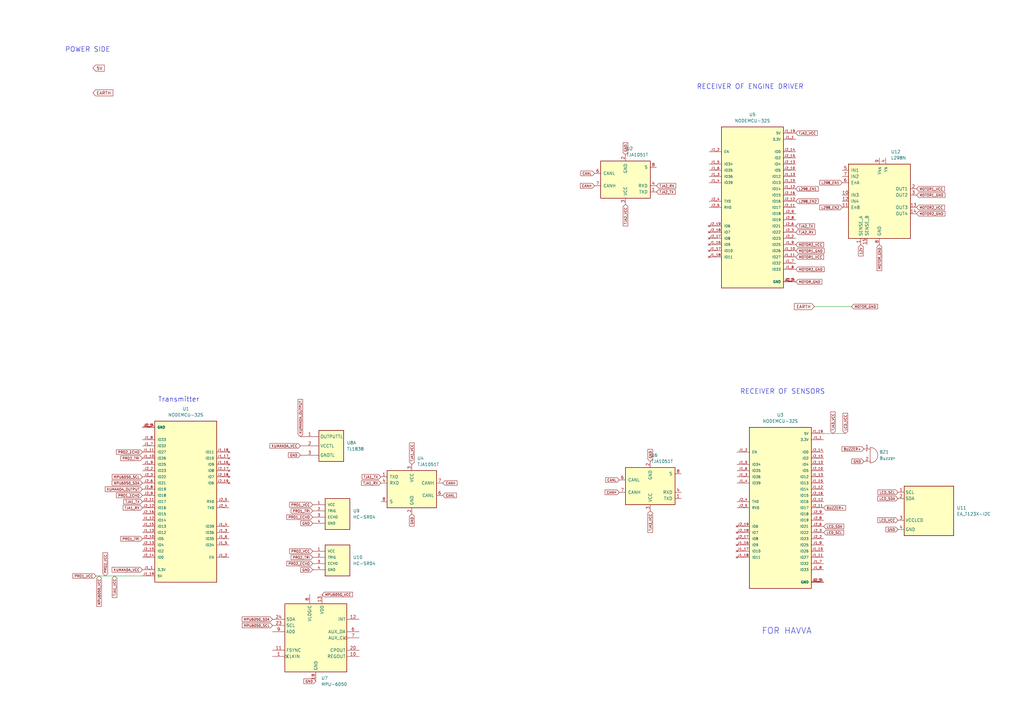
<source format=kicad_sch>
(kicad_sch (version 20230121) (generator eeschema)

  (uuid 5c70b6e3-8ddb-440c-a9c5-bea1fb993f18)

  (paper "A3")

  (lib_symbols
    (symbol "74xx_IEEE:74HC36" (in_bom yes) (on_board yes)
      (property "Reference" "U" (at 5.08 7.62 0)
        (effects (font (size 1.27 1.27)))
      )
      (property "Value" "TL1838" (at -2.54 7.62 0)
        (effects (font (size 1.27 1.27)))
      )
      (property "Footprint" "" (at 0 0 0)
        (effects (font (size 1.27 1.27)) hide)
      )
      (property "Datasheet" "" (at 0 0 0)
        (effects (font (size 1.27 1.27)) hide)
      )
      (symbol "74HC36_0_1"
        (rectangle (start -5.08 6.35) (end 5.08 -6.35)
          (stroke (width 0.254) (type default))
          (fill (type background))
        )
      )
      (symbol "74HC36_1_1"
        (pin input line (at -12.7 3.81 0) (length 7.62)
          (name "OUTPUTTL" (effects (font (size 1.27 1.27))))
          (number "1" (effects (font (size 1.27 1.27))))
        )
        (pin input line (at -12.7 0 0) (length 7.62)
          (name "VCCTL" (effects (font (size 1.27 1.27))))
          (number "2" (effects (font (size 1.27 1.27))))
        )
        (pin input line (at -12.7 -3.81 0) (length 7.62)
          (name "GNDTL" (effects (font (size 1.27 1.27))))
          (number "3" (effects (font (size 1.27 1.27))))
        )
      )
      (symbol "74HC36_2_1"
        (pin input line (at -12.7 3.81 0) (length 7.62)
          (name "OUTPUTTL" (effects (font (size 1.27 1.27))))
          (number "4" (effects (font (size 1.27 1.27))))
        )
        (pin input line (at -12.7 -3.81 0) (length 7.62)
          (name "GNDTL" (effects (font (size 1.27 1.27))))
          (number "5" (effects (font (size 1.27 1.27))))
        )
      )
      (symbol "74HC36_3_1"
        (pin input line (at -12.7 -3.81 0) (length 7.62)
          (name "GNDTL" (effects (font (size 1.27 1.27))))
          (number "10" (effects (font (size 1.27 1.27))))
        )
        (pin input line (at -12.7 3.81 0) (length 7.62)
          (name "OUTPUTTL" (effects (font (size 1.27 1.27))))
          (number "9" (effects (font (size 1.27 1.27))))
        )
      )
      (symbol "74HC36_4_1"
        (pin input line (at -12.7 3.81 0) (length 7.62)
          (name "OUTPUTTL" (effects (font (size 1.27 1.27))))
          (number "12" (effects (font (size 1.27 1.27))))
        )
        (pin input line (at -12.7 -3.81 0) (length 7.62)
          (name "GNDTL" (effects (font (size 1.27 1.27))))
          (number "13" (effects (font (size 1.27 1.27))))
        )
      )
    )
    (symbol "Device:Buzzer" (pin_names (offset 0.0254) hide) (in_bom yes) (on_board yes)
      (property "Reference" "BZ" (at 3.81 1.27 0)
        (effects (font (size 1.27 1.27)) (justify left))
      )
      (property "Value" "Buzzer" (at 3.81 -1.27 0)
        (effects (font (size 1.27 1.27)) (justify left))
      )
      (property "Footprint" "" (at -0.635 2.54 90)
        (effects (font (size 1.27 1.27)) hide)
      )
      (property "Datasheet" "~" (at -0.635 2.54 90)
        (effects (font (size 1.27 1.27)) hide)
      )
      (property "ki_keywords" "quartz resonator ceramic" (at 0 0 0)
        (effects (font (size 1.27 1.27)) hide)
      )
      (property "ki_description" "Buzzer, polarized" (at 0 0 0)
        (effects (font (size 1.27 1.27)) hide)
      )
      (property "ki_fp_filters" "*Buzzer*" (at 0 0 0)
        (effects (font (size 1.27 1.27)) hide)
      )
      (symbol "Buzzer_0_1"
        (arc (start 0 -3.175) (mid 3.1612 0) (end 0 3.175)
          (stroke (width 0) (type default))
          (fill (type none))
        )
        (polyline
          (pts
            (xy -1.651 1.905)
            (xy -1.143 1.905)
          )
          (stroke (width 0) (type default))
          (fill (type none))
        )
        (polyline
          (pts
            (xy -1.397 2.159)
            (xy -1.397 1.651)
          )
          (stroke (width 0) (type default))
          (fill (type none))
        )
        (polyline
          (pts
            (xy 0 3.175)
            (xy 0 -3.175)
          )
          (stroke (width 0) (type default))
          (fill (type none))
        )
      )
      (symbol "Buzzer_1_1"
        (pin passive line (at -2.54 2.54 0) (length 2.54)
          (name "-" (effects (font (size 1.27 1.27))))
          (number "1" (effects (font (size 1.27 1.27))))
        )
        (pin passive line (at -2.54 -2.54 0) (length 2.54)
          (name "+" (effects (font (size 1.27 1.27))))
          (number "2" (effects (font (size 1.27 1.27))))
        )
      )
    )
    (symbol "Display_Character:EA_T123X-I2C" (in_bom yes) (on_board yes)
      (property "Reference" "U" (at -8.89 11.43 0)
        (effects (font (size 1.27 1.27)))
      )
      (property "Value" "EA_T123X-I2C" (at 3.556 11.684 0)
        (effects (font (size 1.27 1.27)) (justify left))
      )
      (property "Footprint" "Display:EA_T123X-I2C" (at 0 -15.24 0)
        (effects (font (size 1.27 1.27)) hide)
      )
      (property "Datasheet" "http://www.lcd-module.de/pdf/doma/t123-i2c.pdf" (at 0 -12.7 0)
        (effects (font (size 1.27 1.27)) hide)
      )
      (property "ki_keywords" "display LCD 7-segment" (at 0 0 0)
        (effects (font (size 1.27 1.27)) hide)
      )
      (property "ki_description" "3 Lines, 12 character alpha numeric LCD, transreflective STN and FSTN Gray, I2C, single or dual power" (at 0 0 0)
        (effects (font (size 1.27 1.27)) hide)
      )
      (property "ki_fp_filters" "EA?T123X?I2C*" (at 0 0 0)
        (effects (font (size 1.27 1.27)) hide)
      )
      (symbol "EA_T123X-I2C_0_1"
        (rectangle (start -10.16 10.16) (end 10.16 -10.16)
          (stroke (width 0.254) (type default))
          (fill (type background))
        )
      )
      (symbol "EA_T123X-I2C_1_1"
        (pin input line (at -12.7 7.62 0) (length 2.54)
          (name "SCL" (effects (font (size 1.27 1.27))))
          (number "1" (effects (font (size 1.27 1.27))))
        )
        (pin bidirectional line (at -12.7 5.08 0) (length 2.54)
          (name "SDA" (effects (font (size 1.27 1.27))))
          (number "2" (effects (font (size 1.27 1.27))))
        )
        (pin input line (at -12.7 -3.81 0) (length 2.54)
          (name "VCCLCD" (effects (font (size 1.27 1.27))))
          (number "3" (effects (font (size 1.27 1.27))))
        )
        (pin input line (at -12.7 -7.62 0) (length 2.54)
          (name "GND" (effects (font (size 1.27 1.27))))
          (number "4" (effects (font (size 1.27 1.27))))
        )
      )
    )
    (symbol "Driver_Motor:L298N" (pin_names (offset 1.016)) (in_bom yes) (on_board yes)
      (property "Reference" "U" (at -10.16 16.51 0)
        (effects (font (size 1.27 1.27)) (justify right))
      )
      (property "Value" "L298N" (at 12.7 16.51 0)
        (effects (font (size 1.27 1.27)) (justify right))
      )
      (property "Footprint" "Package_TO_SOT_THT:TO-220-15_P2.54x2.54mm_StaggerOdd_Lead4.58mm_Vertical" (at 1.27 -16.51 0)
        (effects (font (size 1.27 1.27)) (justify left) hide)
      )
      (property "Datasheet" "http://www.st.com/st-web-ui/static/active/en/resource/technical/document/datasheet/CD00000240.pdf" (at 3.81 6.35 0)
        (effects (font (size 1.27 1.27)) hide)
      )
      (property "ki_keywords" "H-bridge motor driver" (at 0 0 0)
        (effects (font (size 1.27 1.27)) hide)
      )
      (property "ki_description" "Dual full bridge motor driver, up to 46V, 4A, Multiwatt15-V" (at 0 0 0)
        (effects (font (size 1.27 1.27)) hide)
      )
      (property "ki_fp_filters" "TO?220*StaggerOdd*Vertical*" (at 0 0 0)
        (effects (font (size 1.27 1.27)) hide)
      )
      (symbol "L298N_0_1"
        (rectangle (start -12.7 15.24) (end 12.7 -15.24)
          (stroke (width 0.254) (type default))
          (fill (type background))
        )
      )
      (symbol "L298N_1_1"
        (pin power_in line (at -7.62 -17.78 90) (length 2.54)
          (name "SENSE_A" (effects (font (size 1.27 1.27))))
          (number "1" (effects (font (size 1.27 1.27))))
        )
        (pin input line (at -15.24 2.54 0) (length 2.54)
          (name "IN3" (effects (font (size 1.27 1.27))))
          (number "10" (effects (font (size 1.27 1.27))))
        )
        (pin input line (at -15.24 -2.54 0) (length 2.54)
          (name "EnB" (effects (font (size 1.27 1.27))))
          (number "11" (effects (font (size 1.27 1.27))))
        )
        (pin input line (at -15.24 0 0) (length 2.54)
          (name "IN4" (effects (font (size 1.27 1.27))))
          (number "12" (effects (font (size 1.27 1.27))))
        )
        (pin output line (at 15.24 -2.54 180) (length 2.54)
          (name "OUT3" (effects (font (size 1.27 1.27))))
          (number "13" (effects (font (size 1.27 1.27))))
        )
        (pin output line (at 15.24 -5.08 180) (length 2.54)
          (name "OUT4" (effects (font (size 1.27 1.27))))
          (number "14" (effects (font (size 1.27 1.27))))
        )
        (pin power_in line (at -5.08 -17.78 90) (length 2.54)
          (name "SENSE_B" (effects (font (size 1.27 1.27))))
          (number "15" (effects (font (size 1.27 1.27))))
        )
        (pin output line (at 15.24 5.08 180) (length 2.54)
          (name "OUT1" (effects (font (size 1.27 1.27))))
          (number "2" (effects (font (size 1.27 1.27))))
        )
        (pin output line (at 15.24 2.54 180) (length 2.54)
          (name "OUT2" (effects (font (size 1.27 1.27))))
          (number "3" (effects (font (size 1.27 1.27))))
        )
        (pin power_in line (at 2.54 17.78 270) (length 2.54)
          (name "Vs" (effects (font (size 1.27 1.27))))
          (number "4" (effects (font (size 1.27 1.27))))
        )
        (pin input line (at -15.24 12.7 0) (length 2.54)
          (name "IN1" (effects (font (size 1.27 1.27))))
          (number "5" (effects (font (size 1.27 1.27))))
        )
        (pin input line (at -15.24 7.62 0) (length 2.54)
          (name "EnA" (effects (font (size 1.27 1.27))))
          (number "6" (effects (font (size 1.27 1.27))))
        )
        (pin input line (at -15.24 10.16 0) (length 2.54)
          (name "IN2" (effects (font (size 1.27 1.27))))
          (number "7" (effects (font (size 1.27 1.27))))
        )
        (pin power_in line (at 0 -17.78 90) (length 2.54)
          (name "GND" (effects (font (size 1.27 1.27))))
          (number "8" (effects (font (size 1.27 1.27))))
        )
        (pin power_in line (at 0 17.78 270) (length 2.54)
          (name "Vss" (effects (font (size 1.27 1.27))))
          (number "9" (effects (font (size 1.27 1.27))))
        )
      )
    )
    (symbol "HC-SR04:HC-SR04" (pin_names (offset 1.016)) (in_bom yes) (on_board yes)
      (property "Reference" "U" (at 0 5.0813 0)
        (effects (font (size 1.27 1.27)) (justify left bottom))
      )
      (property "Value" "HC-SR04" (at 0 -10.163 0)
        (effects (font (size 1.27 1.27)) (justify left bottom))
      )
      (property "Footprint" "HC-SR04:XCVR_HC-SR04" (at 0 0 0)
        (effects (font (size 1.27 1.27)) (justify bottom) hide)
      )
      (property "Datasheet" "" (at 0 0 0)
        (effects (font (size 1.27 1.27)) hide)
      )
      (property "MF" "OSEPP Electronics LTD" (at 0 0 0)
        (effects (font (size 1.27 1.27)) (justify bottom) hide)
      )
      (property "Description" "\nUltrasonic Sensor Module,Rectangular,20-4000 mm,5 V,15 mA,Arduino Compatible | OSEPP HC-SR04\n" (at 0 0 0)
        (effects (font (size 1.27 1.27)) (justify bottom) hide)
      )
      (property "Package" "None" (at 0 0 0)
        (effects (font (size 1.27 1.27)) (justify bottom) hide)
      )
      (property "Price" "None" (at 0 0 0)
        (effects (font (size 1.27 1.27)) (justify bottom) hide)
      )
      (property "Check_prices" "https://www.snapeda.com/parts/HC-SR04/Applied+Avionics/view-part/?ref=eda" (at 0 0 0)
        (effects (font (size 1.27 1.27)) (justify bottom) hide)
      )
      (property "SnapEDA_Link" "https://www.snapeda.com/parts/HC-SR04/Applied+Avionics/view-part/?ref=snap" (at 0 0 0)
        (effects (font (size 1.27 1.27)) (justify bottom) hide)
      )
      (property "MP" "HC-SR04" (at 0 0 0)
        (effects (font (size 1.27 1.27)) (justify bottom) hide)
      )
      (property "Availability" "In Stock" (at 0 0 0)
        (effects (font (size 1.27 1.27)) (justify bottom) hide)
      )
      (property "MANUFACTURER" "Osepp" (at 0 0 0)
        (effects (font (size 1.27 1.27)) (justify bottom) hide)
      )
      (symbol "HC-SR04_0_0"
        (rectangle (start 0 -7.62) (end 10.16 5.08)
          (stroke (width 0.254) (type default))
          (fill (type background))
        )
        (pin power_in line (at -5.08 2.54 0) (length 5.08)
          (name "VCC" (effects (font (size 1.016 1.016))))
          (number "1" (effects (font (size 1.016 1.016))))
        )
        (pin bidirectional line (at -5.08 0 0) (length 5.08)
          (name "TRIG" (effects (font (size 1.016 1.016))))
          (number "2" (effects (font (size 1.016 1.016))))
        )
        (pin bidirectional line (at -5.08 -2.54 0) (length 5.08)
          (name "ECHO" (effects (font (size 1.016 1.016))))
          (number "3" (effects (font (size 1.016 1.016))))
        )
        (pin power_in line (at -5.08 -5.08 0) (length 5.08)
          (name "GND" (effects (font (size 1.016 1.016))))
          (number "4" (effects (font (size 1.016 1.016))))
        )
      )
    )
    (symbol "Interface_CAN_LIN:TJA1051T" (pin_names (offset 1.016)) (in_bom yes) (on_board yes)
      (property "Reference" "U" (at -10.16 8.89 0)
        (effects (font (size 1.27 1.27)) (justify left))
      )
      (property "Value" "TJA1051T" (at 1.27 8.89 0)
        (effects (font (size 1.27 1.27)) (justify left))
      )
      (property "Footprint" "Package_SO:SOIC-8_3.9x4.9mm_P1.27mm" (at 0 -12.7 0)
        (effects (font (size 1.27 1.27) italic) hide)
      )
      (property "Datasheet" "http://www.nxp.com/docs/en/data-sheet/TJA1051.pdf" (at 0 0 0)
        (effects (font (size 1.27 1.27)) hide)
      )
      (property "ki_keywords" "High-Speed CAN Transceiver" (at 0 0 0)
        (effects (font (size 1.27 1.27)) hide)
      )
      (property "ki_description" "High-Speed CAN Transceiver, silent mode, SOIC-8" (at 0 0 0)
        (effects (font (size 1.27 1.27)) hide)
      )
      (property "ki_fp_filters" "SOIC*3.9x4.9mm*P1.27mm*" (at 0 0 0)
        (effects (font (size 1.27 1.27)) hide)
      )
      (symbol "TJA1051T_0_1"
        (rectangle (start -10.16 7.62) (end 10.16 -7.62)
          (stroke (width 0.254) (type default))
          (fill (type background))
        )
      )
      (symbol "TJA1051T_1_1"
        (pin input line (at -12.7 5.08 0) (length 2.54)
          (name "TXD" (effects (font (size 1.27 1.27))))
          (number "1" (effects (font (size 1.27 1.27))))
        )
        (pin power_in line (at 0 -10.16 90) (length 2.54)
          (name "GND" (effects (font (size 1.27 1.27))))
          (number "2" (effects (font (size 1.27 1.27))))
        )
        (pin power_in line (at 0 10.16 270) (length 2.54)
          (name "VCC" (effects (font (size 1.27 1.27))))
          (number "3" (effects (font (size 1.27 1.27))))
        )
        (pin output line (at -12.7 2.54 0) (length 2.54)
          (name "RXD" (effects (font (size 1.27 1.27))))
          (number "4" (effects (font (size 1.27 1.27))))
        )
        (pin no_connect line (at -10.16 -2.54 0) (length 2.54) hide
          (name "NC" (effects (font (size 1.27 1.27))))
          (number "5" (effects (font (size 1.27 1.27))))
        )
        (pin bidirectional line (at 12.7 -2.54 180) (length 2.54)
          (name "CANL" (effects (font (size 1.27 1.27))))
          (number "6" (effects (font (size 1.27 1.27))))
        )
        (pin bidirectional line (at 12.7 2.54 180) (length 2.54)
          (name "CANH" (effects (font (size 1.27 1.27))))
          (number "7" (effects (font (size 1.27 1.27))))
        )
        (pin input line (at -12.7 -5.08 0) (length 2.54)
          (name "S" (effects (font (size 1.27 1.27))))
          (number "8" (effects (font (size 1.27 1.27))))
        )
      )
    )
    (symbol "NODEMCU-32S:NODEMCU-32S" (pin_names (offset 1.016)) (in_bom yes) (on_board yes)
      (property "Reference" "U" (at -12.7 33.782 0)
        (effects (font (size 1.27 1.27)) (justify left bottom))
      )
      (property "Value" "NODEMCU-32S" (at -12.7 -35.56 0)
        (effects (font (size 1.27 1.27)) (justify left bottom))
      )
      (property "Footprint" "NODEMCU-32S:MODULE_NODEMCU-32S" (at 0 0 0)
        (effects (font (size 1.27 1.27)) (justify bottom) hide)
      )
      (property "Datasheet" "" (at 0 0 0)
        (effects (font (size 1.27 1.27)) hide)
      )
      (property "MF" "AI-Thinker" (at 0 0 0)
        (effects (font (size 1.27 1.27)) (justify bottom) hide)
      )
      (property "MAXIMUM_PACKAGE_HEIGHT" "3.00mm" (at 0 0 0)
        (effects (font (size 1.27 1.27)) (justify bottom) hide)
      )
      (property "Package" "Package" (at 0 0 0)
        (effects (font (size 1.27 1.27)) (justify bottom) hide)
      )
      (property "Price" "None" (at 0 0 0)
        (effects (font (size 1.27 1.27)) (justify bottom) hide)
      )
      (property "Check_prices" "https://www.snapeda.com/parts/NODEMCU-32S/AI-Thinker/view-part/?ref=eda" (at 0 0 0)
        (effects (font (size 1.27 1.27)) (justify bottom) hide)
      )
      (property "STANDARD" "Manufacturer Recommendations" (at 0 0 0)
        (effects (font (size 1.27 1.27)) (justify bottom) hide)
      )
      (property "PARTREV" "V1" (at 0 0 0)
        (effects (font (size 1.27 1.27)) (justify bottom) hide)
      )
      (property "SnapEDA_Link" "https://www.snapeda.com/parts/NODEMCU-32S/AI-Thinker/view-part/?ref=snap" (at 0 0 0)
        (effects (font (size 1.27 1.27)) (justify bottom) hide)
      )
      (property "MP" "NODEMCU-32S" (at 0 0 0)
        (effects (font (size 1.27 1.27)) (justify bottom) hide)
      )
      (property "Description" "\nWIFI MODULE V1\n" (at 0 0 0)
        (effects (font (size 1.27 1.27)) (justify bottom) hide)
      )
      (property "Availability" "Not in stock" (at 0 0 0)
        (effects (font (size 1.27 1.27)) (justify bottom) hide)
      )
      (property "MANUFACTURER" "AI-Thinker" (at 0 0 0)
        (effects (font (size 1.27 1.27)) (justify bottom) hide)
      )
      (symbol "NODEMCU-32S_0_0"
        (rectangle (start -12.7 -33.02) (end 12.7 33.02)
          (stroke (width 0.254) (type default))
          (fill (type background))
        )
        (pin power_in line (at 17.78 27.94 180) (length 5.08)
          (name "3.3V" (effects (font (size 1.016 1.016))))
          (number "J1_1" (effects (font (size 1.016 1.016))))
        )
        (pin bidirectional line (at 17.78 -17.78 180) (length 5.08)
          (name "IO26" (effects (font (size 1.016 1.016))))
          (number "J1_10" (effects (font (size 1.016 1.016))))
        )
        (pin bidirectional line (at 17.78 -20.32 180) (length 5.08)
          (name "IO27" (effects (font (size 1.016 1.016))))
          (number "J1_11" (effects (font (size 1.016 1.016))))
        )
        (pin bidirectional line (at 17.78 7.62 180) (length 5.08)
          (name "IO14" (effects (font (size 1.016 1.016))))
          (number "J1_12" (effects (font (size 1.016 1.016))))
        )
        (pin bidirectional line (at 17.78 12.7 180) (length 5.08)
          (name "IO12" (effects (font (size 1.016 1.016))))
          (number "J1_13" (effects (font (size 1.016 1.016))))
        )
        (pin power_in line (at 17.78 -30.48 180) (length 5.08)
          (name "GND" (effects (font (size 1.016 1.016))))
          (number "J1_14" (effects (font (size 1.016 1.016))))
        )
        (pin bidirectional line (at 17.78 10.16 180) (length 5.08)
          (name "IO13" (effects (font (size 1.016 1.016))))
          (number "J1_15" (effects (font (size 1.016 1.016))))
        )
        (pin no_connect line (at -17.78 -15.24 0) (length 5.08)
          (name "IO9" (effects (font (size 1.016 1.016))))
          (number "J1_16" (effects (font (size 1.016 1.016))))
        )
        (pin no_connect line (at -17.78 -17.78 0) (length 5.08)
          (name "IO10" (effects (font (size 1.016 1.016))))
          (number "J1_17" (effects (font (size 1.016 1.016))))
        )
        (pin no_connect line (at -17.78 -20.32 0) (length 5.08)
          (name "IO11" (effects (font (size 1.016 1.016))))
          (number "J1_18" (effects (font (size 1.016 1.016))))
        )
        (pin power_in line (at 17.78 30.48 180) (length 5.08)
          (name "5V" (effects (font (size 1.016 1.016))))
          (number "J1_19" (effects (font (size 1.016 1.016))))
        )
        (pin input line (at -17.78 22.86 0) (length 5.08)
          (name "EN" (effects (font (size 1.016 1.016))))
          (number "J1_2" (effects (font (size 1.016 1.016))))
        )
        (pin input line (at -17.78 12.7 0) (length 5.08)
          (name "IO36" (effects (font (size 1.016 1.016))))
          (number "J1_3" (effects (font (size 1.016 1.016))))
        )
        (pin input line (at -17.78 10.16 0) (length 5.08)
          (name "IO39" (effects (font (size 1.016 1.016))))
          (number "J1_4" (effects (font (size 1.016 1.016))))
        )
        (pin input line (at -17.78 17.78 0) (length 5.08)
          (name "IO34" (effects (font (size 1.016 1.016))))
          (number "J1_5" (effects (font (size 1.016 1.016))))
        )
        (pin input line (at -17.78 15.24 0) (length 5.08)
          (name "IO35" (effects (font (size 1.016 1.016))))
          (number "J1_6" (effects (font (size 1.016 1.016))))
        )
        (pin bidirectional line (at 17.78 -22.86 180) (length 5.08)
          (name "IO32" (effects (font (size 1.016 1.016))))
          (number "J1_7" (effects (font (size 1.016 1.016))))
        )
        (pin bidirectional line (at 17.78 -25.4 180) (length 5.08)
          (name "IO33" (effects (font (size 1.016 1.016))))
          (number "J1_8" (effects (font (size 1.016 1.016))))
        )
        (pin bidirectional line (at 17.78 -15.24 180) (length 5.08)
          (name "IO25" (effects (font (size 1.016 1.016))))
          (number "J1_9" (effects (font (size 1.016 1.016))))
        )
        (pin power_in line (at 17.78 -30.48 180) (length 5.08)
          (name "GND" (effects (font (size 1.016 1.016))))
          (number "J2_1" (effects (font (size 1.016 1.016))))
        )
        (pin bidirectional line (at 17.78 15.24 180) (length 5.08)
          (name "IO5" (effects (font (size 1.016 1.016))))
          (number "J2_10" (effects (font (size 1.016 1.016))))
        )
        (pin bidirectional line (at 17.78 0 180) (length 5.08)
          (name "IO17" (effects (font (size 1.016 1.016))))
          (number "J2_11" (effects (font (size 1.016 1.016))))
        )
        (pin bidirectional line (at 17.78 2.54 180) (length 5.08)
          (name "IO16" (effects (font (size 1.016 1.016))))
          (number "J2_12" (effects (font (size 1.016 1.016))))
        )
        (pin bidirectional line (at 17.78 17.78 180) (length 5.08)
          (name "IO4" (effects (font (size 1.016 1.016))))
          (number "J2_13" (effects (font (size 1.016 1.016))))
        )
        (pin bidirectional line (at 17.78 22.86 180) (length 5.08)
          (name "IO0" (effects (font (size 1.016 1.016))))
          (number "J2_14" (effects (font (size 1.016 1.016))))
        )
        (pin bidirectional line (at 17.78 20.32 180) (length 5.08)
          (name "IO2" (effects (font (size 1.016 1.016))))
          (number "J2_15" (effects (font (size 1.016 1.016))))
        )
        (pin bidirectional line (at 17.78 5.08 180) (length 5.08)
          (name "IO15" (effects (font (size 1.016 1.016))))
          (number "J2_16" (effects (font (size 1.016 1.016))))
        )
        (pin no_connect line (at -17.78 -12.7 0) (length 5.08)
          (name "IO8" (effects (font (size 1.016 1.016))))
          (number "J2_17" (effects (font (size 1.016 1.016))))
        )
        (pin no_connect line (at -17.78 -10.16 0) (length 5.08)
          (name "IO7" (effects (font (size 1.016 1.016))))
          (number "J2_18" (effects (font (size 1.016 1.016))))
        )
        (pin no_connect line (at -17.78 -7.62 0) (length 5.08)
          (name "IO6" (effects (font (size 1.016 1.016))))
          (number "J2_19" (effects (font (size 1.016 1.016))))
        )
        (pin bidirectional line (at 17.78 -12.7 180) (length 5.08)
          (name "IO23" (effects (font (size 1.016 1.016))))
          (number "J2_2" (effects (font (size 1.016 1.016))))
        )
        (pin bidirectional line (at 17.78 -10.16 180) (length 5.08)
          (name "IO22" (effects (font (size 1.016 1.016))))
          (number "J2_3" (effects (font (size 1.016 1.016))))
        )
        (pin bidirectional line (at -17.78 2.54 0) (length 5.08)
          (name "TX0" (effects (font (size 1.016 1.016))))
          (number "J2_4" (effects (font (size 1.016 1.016))))
        )
        (pin bidirectional line (at -17.78 0 0) (length 5.08)
          (name "RX0" (effects (font (size 1.016 1.016))))
          (number "J2_5" (effects (font (size 1.016 1.016))))
        )
        (pin bidirectional line (at 17.78 -7.62 180) (length 5.08)
          (name "IO21" (effects (font (size 1.016 1.016))))
          (number "J2_6" (effects (font (size 1.016 1.016))))
        )
        (pin power_in line (at 17.78 -30.48 180) (length 5.08)
          (name "GND" (effects (font (size 1.016 1.016))))
          (number "J2_7" (effects (font (size 1.016 1.016))))
        )
        (pin bidirectional line (at 17.78 -5.08 180) (length 5.08)
          (name "IO19" (effects (font (size 1.016 1.016))))
          (number "J2_8" (effects (font (size 1.016 1.016))))
        )
        (pin bidirectional line (at 17.78 -2.54 180) (length 5.08)
          (name "IO18" (effects (font (size 1.016 1.016))))
          (number "J2_9" (effects (font (size 1.016 1.016))))
        )
      )
    )
    (symbol "Sensor_Motion:MPU-6050" (in_bom yes) (on_board yes)
      (property "Reference" "U" (at -11.43 13.97 0)
        (effects (font (size 1.27 1.27)))
      )
      (property "Value" "MPU-6050" (at 7.62 -15.24 0)
        (effects (font (size 1.27 1.27)))
      )
      (property "Footprint" "Sensor_Motion:InvenSense_QFN-24_4x4mm_P0.5mm" (at 0 -20.32 0)
        (effects (font (size 1.27 1.27)) hide)
      )
      (property "Datasheet" "https://invensense.tdk.com/wp-content/uploads/2015/02/MPU-6000-Datasheet1.pdf" (at 0 -3.81 0)
        (effects (font (size 1.27 1.27)) hide)
      )
      (property "ki_keywords" "mems" (at 0 0 0)
        (effects (font (size 1.27 1.27)) hide)
      )
      (property "ki_description" "InvenSense 6-Axis Motion Sensor, Gyroscope, Accelerometer, I2C" (at 0 0 0)
        (effects (font (size 1.27 1.27)) hide)
      )
      (property "ki_fp_filters" "*QFN*4x4mm*P0.5mm*" (at 0 0 0)
        (effects (font (size 1.27 1.27)) hide)
      )
      (symbol "MPU-6050_0_0"
        (text "" (at 12.7 -2.54 0)
          (effects (font (size 1.27 1.27)))
        )
      )
      (symbol "MPU-6050_0_1"
        (rectangle (start -12.7 13.97) (end 12.7 -13.97)
          (stroke (width 0.254) (type default))
          (fill (type background))
        )
      )
      (symbol "MPU-6050_1_1"
        (pin input clock (at -17.78 -7.62 0) (length 5.08)
          (name "CLKIN" (effects (font (size 1.27 1.27))))
          (number "1" (effects (font (size 1.27 1.27))))
        )
        (pin passive line (at 17.78 -7.62 180) (length 5.08)
          (name "REGOUT" (effects (font (size 1.27 1.27))))
          (number "10" (effects (font (size 1.27 1.27))))
        )
        (pin input line (at -17.78 -5.08 0) (length 5.08)
          (name "FSYNC" (effects (font (size 1.27 1.27))))
          (number "11" (effects (font (size 1.27 1.27))))
        )
        (pin output line (at 17.78 7.62 180) (length 5.08)
          (name "INT" (effects (font (size 1.27 1.27))))
          (number "12" (effects (font (size 1.27 1.27))))
        )
        (pin power_in line (at 2.54 17.78 270) (length 3.81)
          (name "VDD" (effects (font (size 1.27 1.27))))
          (number "13" (effects (font (size 1.27 1.27))))
        )
        (pin no_connect line (at -12.7 -10.16 0) (length 2.54) hide
          (name "NC" (effects (font (size 1.27 1.27))))
          (number "14" (effects (font (size 1.27 1.27))))
        )
        (pin no_connect line (at 12.7 12.7 180) (length 2.54) hide
          (name "NC" (effects (font (size 1.27 1.27))))
          (number "15" (effects (font (size 1.27 1.27))))
        )
        (pin no_connect line (at 12.7 10.16 180) (length 2.54) hide
          (name "NC" (effects (font (size 1.27 1.27))))
          (number "16" (effects (font (size 1.27 1.27))))
        )
        (pin no_connect line (at 12.7 5.08 180) (length 2.54) hide
          (name "NC" (effects (font (size 1.27 1.27))))
          (number "17" (effects (font (size 1.27 1.27))))
        )
        (pin power_in line (at 0 -17.78 90) (length 3.81)
          (name "GND" (effects (font (size 1.27 1.27))))
          (number "18" (effects (font (size 1.27 1.27))))
        )
        (pin no_connect line (at 12.7 -10.16 180) (length 2.54) hide
          (name "RESV" (effects (font (size 1.27 1.27))))
          (number "19" (effects (font (size 1.27 1.27))))
        )
        (pin no_connect line (at -12.7 12.7 0) (length 2.54) hide
          (name "NC" (effects (font (size 1.27 1.27))))
          (number "2" (effects (font (size 1.27 1.27))))
        )
        (pin passive line (at 17.78 -5.08 180) (length 5.08)
          (name "CPOUT" (effects (font (size 1.27 1.27))))
          (number "20" (effects (font (size 1.27 1.27))))
        )
        (pin no_connect line (at 12.7 -2.54 180) (length 2.54) hide
          (name "RESV" (effects (font (size 1.27 1.27))))
          (number "21" (effects (font (size 1.27 1.27))))
        )
        (pin no_connect line (at 12.7 -12.7 180) (length 2.54) hide
          (name "RESV" (effects (font (size 1.27 1.27))))
          (number "22" (effects (font (size 1.27 1.27))))
        )
        (pin input line (at -17.78 5.08 0) (length 5.08)
          (name "SCL" (effects (font (size 1.27 1.27))))
          (number "23" (effects (font (size 1.27 1.27))))
        )
        (pin bidirectional line (at -17.78 7.62 0) (length 5.08)
          (name "SDA" (effects (font (size 1.27 1.27))))
          (number "24" (effects (font (size 1.27 1.27))))
        )
        (pin no_connect line (at -12.7 10.16 0) (length 2.54) hide
          (name "NC" (effects (font (size 1.27 1.27))))
          (number "3" (effects (font (size 1.27 1.27))))
        )
        (pin no_connect line (at -12.7 0 0) (length 2.54) hide
          (name "NC" (effects (font (size 1.27 1.27))))
          (number "4" (effects (font (size 1.27 1.27))))
        )
        (pin no_connect line (at -12.7 -2.54 0) (length 2.54) hide
          (name "NC" (effects (font (size 1.27 1.27))))
          (number "5" (effects (font (size 1.27 1.27))))
        )
        (pin bidirectional line (at 17.78 2.54 180) (length 5.08)
          (name "AUX_DA" (effects (font (size 1.27 1.27))))
          (number "6" (effects (font (size 1.27 1.27))))
        )
        (pin output clock (at 17.78 0 180) (length 5.08)
          (name "AUX_CL" (effects (font (size 1.27 1.27))))
          (number "7" (effects (font (size 1.27 1.27))))
        )
        (pin power_in line (at -2.54 17.78 270) (length 3.81)
          (name "VLOGIC" (effects (font (size 1.27 1.27))))
          (number "8" (effects (font (size 1.27 1.27))))
        )
        (pin input line (at -17.78 2.54 0) (length 5.08)
          (name "AD0" (effects (font (size 1.27 1.27))))
          (number "9" (effects (font (size 1.27 1.27))))
        )
      )
    )
  )


  (wire (pts (xy 39.37 236.22) (xy 58.42 236.22))
    (stroke (width 0) (type default))
    (uuid c0f40de3-6064-4d72-a9e7-8905e748e283)
  )
  (wire (pts (xy 346.71 177.8) (xy 337.82 177.8))
    (stroke (width 0) (type default))
    (uuid daea3f1a-710e-42fa-9c13-0ccc526448be)
  )
  (wire (pts (xy 334.01 125.73) (xy 349.25 125.73))
    (stroke (width 0) (type default))
    (uuid de5c5b0f-f313-4e60-824d-49f91cb6ab30)
  )

  (text "RECEIVER OF ENGINE DRIVER" (at 285.75 36.83 0)
    (effects (font (size 2 2)) (justify left bottom))
    (uuid 01dc2f37-a862-4f71-b520-812d2958979b)
  )
  (text "POWER SIDE \n" (at 26.67 21.59 0)
    (effects (font (size 2 2)) (justify left bottom))
    (uuid 7e26ccdd-3171-46d4-be99-253fd05e3250)
  )
  (text "RECEIVER OF SENSORS\n\n" (at 303.53 165.1 0)
    (effects (font (size 2 2)) (justify left bottom))
    (uuid 93663c83-cb0f-438c-af60-d91fc48b6d69)
  )
  (text "FOR HAVVA\n" (at 312.42 260.35 0)
    (effects (font (size 2.5 2.5)) (justify left bottom))
    (uuid b3d28911-94ac-4608-9b98-529b21491bf2)
  )
  (text "Transmitter\n" (at 64.77 165.1 0)
    (effects (font (size 2 2)) (justify left bottom))
    (uuid df52a7dd-0158-4f8e-b781-7446eb6ea896)
  )

  (global_label "MOTOR1_VCC" (shape input) (at 375.92 77.47 0) (fields_autoplaced)
    (effects (font (size 1 1)) (justify left))
    (uuid 0380dd53-737e-4cf4-96b7-1a00ccfef231)
    (property "Intersheetrefs" "${INTERSHEET_REFS}" (at 387.8417 77.47 0)
      (effects (font (size 1.27 1.27)) (justify left) hide)
    )
  )
  (global_label "GND" (shape input) (at 256.54 63.5 90) (fields_autoplaced)
    (effects (font (size 1 1)) (justify left))
    (uuid 063054c9-6dfa-4ee2-9882-011fef453a6c)
    (property "Intersheetrefs" "${INTERSHEET_REFS}" (at 256.54 58.1021 90)
      (effects (font (size 1.27 1.27)) (justify left) hide)
    )
  )
  (global_label "PRO2_ECHO" (shape input) (at 128.27 231.14 180) (fields_autoplaced)
    (effects (font (size 1 1)) (justify right))
    (uuid 07032469-59b6-4e32-b6ea-3b16a1ee9010)
    (property "Intersheetrefs" "${INTERSHEET_REFS}" (at 117.1578 231.14 0)
      (effects (font (size 1.27 1.27)) (justify right) hide)
    )
  )
  (global_label "TJA2_RX" (shape input) (at 326.39 95.25 0) (fields_autoplaced)
    (effects (font (size 1 1)) (justify left))
    (uuid 0a6e4d16-25d5-4fba-a363-076fdb5416c4)
    (property "Intersheetrefs" "${INTERSHEET_REFS}" (at 334.7879 95.25 0)
      (effects (font (size 1.27 1.27)) (justify left) hide)
    )
  )
  (global_label "PRO2_VCC" (shape input) (at 128.27 226.06 180) (fields_autoplaced)
    (effects (font (size 1 1)) (justify right))
    (uuid 0ad2b534-3621-422c-a36b-40666d489dc6)
    (property "Intersheetrefs" "${INTERSHEET_REFS}" (at 118.3007 226.06 0)
      (effects (font (size 1.27 1.27)) (justify right) hide)
    )
  )
  (global_label "CANL" (shape input) (at 181.61 203.2 0) (fields_autoplaced)
    (effects (font (size 1 1)) (justify left))
    (uuid 0dd11069-98b8-4cde-a86e-5e13446be49d)
    (property "Intersheetrefs" "${INTERSHEET_REFS}" (at 187.6745 203.2 0)
      (effects (font (size 1.27 1.27)) (justify left) hide)
    )
  )
  (global_label "BUZZER+" (shape input) (at 354.33 184.15 180) (fields_autoplaced)
    (effects (font (size 1 1)) (justify right))
    (uuid 112de4d7-2a37-4c92-bbb7-01255a8d18e9)
    (property "Intersheetrefs" "${INTERSHEET_REFS}" (at 344.8844 184.15 0)
      (effects (font (size 1.27 1.27)) (justify right) hide)
    )
  )
  (global_label "TJA1_RX" (shape input) (at 58.42 208.28 180) (fields_autoplaced)
    (effects (font (size 1 1)) (justify right))
    (uuid 13c08286-5755-410d-a487-3f01480ce400)
    (property "Intersheetrefs" "${INTERSHEET_REFS}" (at 50.0221 208.28 0)
      (effects (font (size 1.27 1.27)) (justify right) hide)
    )
  )
  (global_label "MPU6050_SDA" (shape input) (at 58.42 198.12 180) (fields_autoplaced)
    (effects (font (size 1 1)) (justify right))
    (uuid 17b20749-b40f-46a6-86d9-c9da86babfda)
    (property "Intersheetrefs" "${INTERSHEET_REFS}" (at 45.4982 198.12 0)
      (effects (font (size 1.27 1.27)) (justify right) hide)
    )
  )
  (global_label "PRO2_ECHO" (shape input) (at 58.42 185.42 180) (fields_autoplaced)
    (effects (font (size 1 1)) (justify right))
    (uuid 19e68b0c-ca74-4d79-960e-b461271f0cf3)
    (property "Intersheetrefs" "${INTERSHEET_REFS}" (at 47.3078 185.42 0)
      (effects (font (size 1.27 1.27)) (justify right) hide)
    )
  )
  (global_label "GND" (shape input) (at 129.54 279.4 180) (fields_autoplaced)
    (effects (font (size 1 1)) (justify right))
    (uuid 1baa0435-dee3-46bd-a769-983ed1066db6)
    (property "Intersheetrefs" "${INTERSHEET_REFS}" (at 124.1421 279.4 0)
      (effects (font (size 1.27 1.27)) (justify right) hide)
    )
  )
  (global_label "CANL" (shape input) (at 243.84 71.12 180) (fields_autoplaced)
    (effects (font (size 1 1)) (justify right))
    (uuid 1f0b14cb-4c39-4aa6-97c8-a3dbf19270fc)
    (property "Intersheetrefs" "${INTERSHEET_REFS}" (at 237.7755 71.12 0)
      (effects (font (size 1.27 1.27)) (justify right) hide)
    )
  )
  (global_label "MOTOR_GND" (shape input) (at 349.25 125.73 0) (fields_autoplaced)
    (effects (font (size 1 1)) (justify left))
    (uuid 23bdd0cf-012e-46bf-a20f-ebaed0c14f7e)
    (property "Intersheetrefs" "${INTERSHEET_REFS}" (at 360.4098 125.73 0)
      (effects (font (size 1.27 1.27)) (justify left) hide)
    )
  )
  (global_label "MOTOR_GND" (shape input) (at 326.39 115.57 0) (fields_autoplaced)
    (effects (font (size 1 1)) (justify left))
    (uuid 2b367fe3-0739-4e4c-bd8a-d858e61970fd)
    (property "Intersheetrefs" "${INTERSHEET_REFS}" (at 337.5498 115.57 0)
      (effects (font (size 1.27 1.27)) (justify left) hide)
    )
  )
  (global_label "MOTOR1_GND" (shape input) (at 326.39 102.87 0) (fields_autoplaced)
    (effects (font (size 1 1)) (justify left))
    (uuid 305dd089-c4a9-487e-b760-5de1d1a0f27e)
    (property "Intersheetrefs" "${INTERSHEET_REFS}" (at 338.5022 102.87 0)
      (effects (font (size 1.27 1.27)) (justify left) hide)
    )
  )
  (global_label "PRO2_VCC" (shape input) (at 43.18 236.22 90) (fields_autoplaced)
    (effects (font (size 1 1)) (justify left))
    (uuid 360b95cd-0112-4abd-a110-b3c85f0d093f)
    (property "Intersheetrefs" "${INTERSHEET_REFS}" (at 43.18 226.2507 90)
      (effects (font (size 1.27 1.27)) (justify left) hide)
    )
  )
  (global_label "PRO1_TRI" (shape input) (at 128.27 209.55 180) (fields_autoplaced)
    (effects (font (size 1 1)) (justify right))
    (uuid 36a89331-7d5d-4c0e-ace3-e6a5b71b4a6d)
    (property "Intersheetrefs" "${INTERSHEET_REFS}" (at 118.9197 209.55 0)
      (effects (font (size 1.27 1.27)) (justify right) hide)
    )
  )
  (global_label "PRO1_ECHO" (shape input) (at 58.42 203.2 180) (fields_autoplaced)
    (effects (font (size 1 1)) (justify right))
    (uuid 38efcbc7-e350-4b4d-be52-23a4cc213c22)
    (property "Intersheetrefs" "${INTERSHEET_REFS}" (at 47.3078 203.2 0)
      (effects (font (size 1.27 1.27)) (justify right) hide)
    )
  )
  (global_label "KUMANDA_OUTPUT" (shape input) (at 58.42 200.66 180) (fields_autoplaced)
    (effects (font (size 1 1)) (justify right))
    (uuid 41d8edc2-206a-4422-9d73-bf63d93241d6)
    (property "Intersheetrefs" "${INTERSHEET_REFS}" (at 42.6889 200.66 0)
      (effects (font (size 1.27 1.27)) (justify right) hide)
    )
  )
  (global_label "TJA1_TX" (shape input) (at 58.42 205.74 180) (fields_autoplaced)
    (effects (font (size 1 1)) (justify right))
    (uuid 43ae5d58-d937-494e-a294-15f50dfa2482)
    (property "Intersheetrefs" "${INTERSHEET_REFS}" (at 50.2602 205.74 0)
      (effects (font (size 1.27 1.27)) (justify right) hide)
    )
  )
  (global_label "LCD_SCL" (shape input) (at 368.3 201.93 180) (fields_autoplaced)
    (effects (font (size 1 1)) (justify right))
    (uuid 51e0a642-7e82-4896-b900-3e246d8ae0b4)
    (property "Intersheetrefs" "${INTERSHEET_REFS}" (at 359.6164 201.93 0)
      (effects (font (size 1.27 1.27)) (justify right) hide)
    )
  )
  (global_label "MOTOR2_GND" (shape input) (at 375.92 87.63 0) (fields_autoplaced)
    (effects (font (size 1 1)) (justify left))
    (uuid 552fde71-8f03-48df-9426-b1a935107111)
    (property "Intersheetrefs" "${INTERSHEET_REFS}" (at 388.0322 87.63 0)
      (effects (font (size 1.27 1.27)) (justify left) hide)
    )
  )
  (global_label "12V" (shape input) (at 353.06 100.33 270) (fields_autoplaced)
    (effects (font (size 1 1)) (justify right))
    (uuid 5893a2d3-25a2-4b68-b50e-1ad148d612b3)
    (property "Intersheetrefs" "${INTERSHEET_REFS}" (at 353.06 105.4422 90)
      (effects (font (size 1.27 1.27)) (justify right) hide)
    )
  )
  (global_label "GND" (shape input) (at 128.27 233.68 180) (fields_autoplaced)
    (effects (font (size 1 1)) (justify right))
    (uuid 5f5c1ee5-5a67-452c-9966-9affe6756bfc)
    (property "Intersheetrefs" "${INTERSHEET_REFS}" (at 122.8721 233.68 0)
      (effects (font (size 1.27 1.27)) (justify right) hide)
    )
  )
  (global_label "GND" (shape input) (at 266.7 189.23 90) (fields_autoplaced)
    (effects (font (size 1 1)) (justify left))
    (uuid 6053107b-820a-42c3-a64d-b2d908f66ca4)
    (property "Intersheetrefs" "${INTERSHEET_REFS}" (at 266.7 183.8321 90)
      (effects (font (size 1.27 1.27)) (justify left) hide)
    )
  )
  (global_label "TJA1_TX" (shape input) (at 156.21 195.58 180) (fields_autoplaced)
    (effects (font (size 1 1)) (justify right))
    (uuid 64b08440-95c7-47d1-a35d-4eaefe2683d1)
    (property "Intersheetrefs" "${INTERSHEET_REFS}" (at 148.0502 195.58 0)
      (effects (font (size 1.27 1.27)) (justify right) hide)
    )
  )
  (global_label "L298_EN2" (shape input) (at 345.44 85.09 180) (fields_autoplaced)
    (effects (font (size 1 1)) (justify right))
    (uuid 681d809a-c30a-4130-addc-4037ef26e6e3)
    (property "Intersheetrefs" "${INTERSHEET_REFS}" (at 335.7563 85.09 0)
      (effects (font (size 1.27 1.27)) (justify right) hide)
    )
  )
  (global_label "CANH" (shape input) (at 254 201.93 180) (fields_autoplaced)
    (effects (font (size 1 1)) (justify right))
    (uuid 693af492-4d5e-43c3-a2d8-7e195a735d71)
    (property "Intersheetrefs" "${INTERSHEET_REFS}" (at 247.6974 201.93 0)
      (effects (font (size 1.27 1.27)) (justify right) hide)
    )
  )
  (global_label "PRO1_VCC" (shape input) (at 128.27 207.01 180) (fields_autoplaced)
    (effects (font (size 1 1)) (justify right))
    (uuid 6d9ce3e4-f025-4858-ba7e-2ab7e6875566)
    (property "Intersheetrefs" "${INTERSHEET_REFS}" (at 118.3007 207.01 0)
      (effects (font (size 1.27 1.27)) (justify right) hide)
    )
  )
  (global_label "MOTOR2_GND" (shape input) (at 326.39 110.49 0) (fields_autoplaced)
    (effects (font (size 1 1)) (justify left))
    (uuid 726fc744-7776-4bef-ad1b-a922370d4cba)
    (property "Intersheetrefs" "${INTERSHEET_REFS}" (at 338.5022 110.49 0)
      (effects (font (size 1.27 1.27)) (justify left) hide)
    )
  )
  (global_label "TJA1_RX" (shape input) (at 156.21 198.12 180) (fields_autoplaced)
    (effects (font (size 1 1)) (justify right))
    (uuid 73478fa5-41ad-4a33-870c-b6045914c325)
    (property "Intersheetrefs" "${INTERSHEET_REFS}" (at 147.8121 198.12 0)
      (effects (font (size 1.27 1.27)) (justify right) hide)
    )
  )
  (global_label "LCD_VCC" (shape input) (at 368.3 213.36 180) (fields_autoplaced)
    (effects (font (size 1 1)) (justify right))
    (uuid 73ef1d5a-90d6-40de-8c8a-572fb9981e54)
    (property "Intersheetrefs" "${INTERSHEET_REFS}" (at 359.5212 213.36 0)
      (effects (font (size 1.27 1.27)) (justify right) hide)
    )
  )
  (global_label "MPU6050_VCC" (shape input) (at 132.08 243.84 0) (fields_autoplaced)
    (effects (font (size 1 1)) (justify left))
    (uuid 767a9d17-b8b4-466d-b95b-2daba1b2661f)
    (property "Intersheetrefs" "${INTERSHEET_REFS}" (at 145.0494 243.84 0)
      (effects (font (size 1.27 1.27)) (justify left) hide)
    )
  )
  (global_label "CANH" (shape input) (at 243.84 76.2 180) (fields_autoplaced)
    (effects (font (size 1 1)) (justify right))
    (uuid 76ccdf23-1227-4b15-b25e-5ca0d73b279e)
    (property "Intersheetrefs" "${INTERSHEET_REFS}" (at 237.5374 76.2 0)
      (effects (font (size 1.27 1.27)) (justify right) hide)
    )
  )
  (global_label "BUZZER+" (shape input) (at 337.82 208.28 0) (fields_autoplaced)
    (effects (font (size 1 1)) (justify left))
    (uuid 7924355a-9f41-474b-8993-2a999e4ae7f5)
    (property "Intersheetrefs" "${INTERSHEET_REFS}" (at 347.2656 208.28 0)
      (effects (font (size 1.27 1.27)) (justify left) hide)
    )
  )
  (global_label "TJA1_VCC" (shape input) (at 168.91 190.5 90) (fields_autoplaced)
    (effects (font (size 1 1)) (justify left))
    (uuid 7f2d6f5f-da60-4cb7-92e8-7d645957a20c)
    (property "Intersheetrefs" "${INTERSHEET_REFS}" (at 168.91 181.1974 90)
      (effects (font (size 1.27 1.27)) (justify left) hide)
    )
  )
  (global_label "L298_EN1" (shape input) (at 345.44 74.93 180) (fields_autoplaced)
    (effects (font (size 1 1)) (justify right))
    (uuid 84582449-cc4f-4a72-85b6-d9ae9295edf5)
    (property "Intersheetrefs" "${INTERSHEET_REFS}" (at 335.7563 74.93 0)
      (effects (font (size 1.27 1.27)) (justify right) hide)
    )
  )
  (global_label "PRO1_ECHO" (shape input) (at 128.27 212.09 180) (fields_autoplaced)
    (effects (font (size 1 1)) (justify right))
    (uuid 85458e15-df30-4af1-911c-7b4b19ddcb2f)
    (property "Intersheetrefs" "${INTERSHEET_REFS}" (at 117.1578 212.09 0)
      (effects (font (size 1.27 1.27)) (justify right) hide)
    )
  )
  (global_label "GND" (shape input) (at 168.91 210.82 270) (fields_autoplaced)
    (effects (font (size 1 1)) (justify right))
    (uuid 8ca97ada-76aa-4612-827f-3f8aba4f5915)
    (property "Intersheetrefs" "${INTERSHEET_REFS}" (at 168.91 216.2179 90)
      (effects (font (size 1.27 1.27)) (justify right) hide)
    )
  )
  (global_label "TJA2_TX" (shape input) (at 269.24 78.74 0) (fields_autoplaced)
    (effects (font (size 1 1)) (justify left))
    (uuid 8d1b887e-023e-4648-af7b-e9fedb5ad976)
    (property "Intersheetrefs" "${INTERSHEET_REFS}" (at 277.3998 78.74 0)
      (effects (font (size 1.27 1.27)) (justify left) hide)
    )
  )
  (global_label "LCD_SCL" (shape input) (at 337.82 218.44 0) (fields_autoplaced)
    (effects (font (size 1 1)) (justify left))
    (uuid 90c717d9-4099-4c8f-9e11-819b02f690f0)
    (property "Intersheetrefs" "${INTERSHEET_REFS}" (at 346.5036 218.44 0)
      (effects (font (size 1.27 1.27)) (justify left) hide)
    )
  )
  (global_label "MOTOR1_GND" (shape input) (at 375.92 80.01 0) (fields_autoplaced)
    (effects (font (size 1 1)) (justify left))
    (uuid 91da27c8-7f30-4f47-87fd-350e9dac4905)
    (property "Intersheetrefs" "${INTERSHEET_REFS}" (at 388.0322 80.01 0)
      (effects (font (size 1.27 1.27)) (justify left) hide)
    )
  )
  (global_label "KUMANDA_VCC" (shape input) (at 58.42 233.68 180) (fields_autoplaced)
    (effects (font (size 1 1)) (justify right))
    (uuid 95eb9fc9-58bf-4a8b-bdd2-cfb19e3c3148)
    (property "Intersheetrefs" "${INTERSHEET_REFS}" (at 45.4984 233.68 0)
      (effects (font (size 1.27 1.27)) (justify right) hide)
    )
  )
  (global_label "MPU6050_VCC" (shape input) (at 40.64 236.22 270) (fields_autoplaced)
    (effects (font (size 1 1)) (justify right))
    (uuid 964d50fb-d288-44b8-810b-16501c08453b)
    (property "Intersheetrefs" "${INTERSHEET_REFS}" (at 40.64 249.1894 90)
      (effects (font (size 1.27 1.27)) (justify right) hide)
    )
  )
  (global_label "EARTH" (shape input) (at 38.1 38.1 0) (fields_autoplaced)
    (effects (font (size 1.27 1.27)) (justify left))
    (uuid 964fd951-4e63-453e-be4c-fb3349a57134)
    (property "Intersheetrefs" "${INTERSHEET_REFS}" (at 46.8909 38.1 0)
      (effects (font (size 1.27 1.27)) (justify left) hide)
    )
  )
  (global_label "TJA2_TX" (shape input) (at 326.39 92.71 0) (fields_autoplaced)
    (effects (font (size 1 1)) (justify left))
    (uuid 9b706c2a-2eea-4bd8-9a63-77afa6451ff4)
    (property "Intersheetrefs" "${INTERSHEET_REFS}" (at 334.5498 92.71 0)
      (effects (font (size 1.27 1.27)) (justify left) hide)
    )
  )
  (global_label "LCD_VCC" (shape input) (at 346.71 177.8 90) (fields_autoplaced)
    (effects (font (size 1 1)) (justify left))
    (uuid 9c0c768a-c78e-43bd-9cb2-ff4101f8bbf2)
    (property "Intersheetrefs" "${INTERSHEET_REFS}" (at 346.71 169.0212 90)
      (effects (font (size 1.27 1.27)) (justify left) hide)
    )
  )
  (global_label "L298_EN2" (shape input) (at 326.39 82.55 0) (fields_autoplaced)
    (effects (font (size 1 1)) (justify left))
    (uuid 9de18689-c6d6-49be-8911-63cabad83d73)
    (property "Intersheetrefs" "${INTERSHEET_REFS}" (at 336.0737 82.55 0)
      (effects (font (size 1.27 1.27)) (justify left) hide)
    )
  )
  (global_label "TJA3_VCC" (shape input) (at 266.7 209.55 270) (fields_autoplaced)
    (effects (font (size 1 1)) (justify right))
    (uuid a39a7225-3c44-42f7-86fc-e652cc9b3468)
    (property "Intersheetrefs" "${INTERSHEET_REFS}" (at 266.7 218.8526 90)
      (effects (font (size 1.27 1.27)) (justify right) hide)
    )
  )
  (global_label "CANL" (shape input) (at 254 196.85 180) (fields_autoplaced)
    (effects (font (size 1 1)) (justify right))
    (uuid a7b661e6-b7e3-4010-b603-814a2f8d1742)
    (property "Intersheetrefs" "${INTERSHEET_REFS}" (at 247.9355 196.85 0)
      (effects (font (size 1.27 1.27)) (justify right) hide)
    )
  )
  (global_label "MOTOR2_VCC" (shape input) (at 326.39 100.33 0) (fields_autoplaced)
    (effects (font (size 1 1)) (justify left))
    (uuid a9450d76-b20d-432b-b8dc-0cf89114181a)
    (property "Intersheetrefs" "${INTERSHEET_REFS}" (at 338.3117 100.33 0)
      (effects (font (size 1.27 1.27)) (justify left) hide)
    )
  )
  (global_label "EARTH" (shape input) (at 334.01 125.73 180) (fields_autoplaced)
    (effects (font (size 1.27 1.27)) (justify right))
    (uuid aac8ae36-dc61-49a5-9d66-b01ccdfd39ec)
    (property "Intersheetrefs" "${INTERSHEET_REFS}" (at 325.2191 125.73 0)
      (effects (font (size 1.27 1.27)) (justify right) hide)
    )
  )
  (global_label "PRO2_TRI" (shape input) (at 128.27 228.6 180) (fields_autoplaced)
    (effects (font (size 1 1)) (justify right))
    (uuid ab547cbc-854a-4c91-83f6-7a7ce5332fef)
    (property "Intersheetrefs" "${INTERSHEET_REFS}" (at 118.9197 228.6 0)
      (effects (font (size 1.27 1.27)) (justify right) hide)
    )
  )
  (global_label "PRO1_TRI" (shape input) (at 58.42 220.98 180) (fields_autoplaced)
    (effects (font (size 1 1)) (justify right))
    (uuid ad716325-c5aa-49f8-a627-cad156ecc26f)
    (property "Intersheetrefs" "${INTERSHEET_REFS}" (at 49.0697 220.98 0)
      (effects (font (size 1.27 1.27)) (justify right) hide)
    )
  )
  (global_label "5V" (shape input) (at 38.1 27.94 0) (fields_autoplaced)
    (effects (font (size 1.27 1.27)) (justify left))
    (uuid afe62a14-48f9-43bc-b216-028630ab188f)
    (property "Intersheetrefs" "${INTERSHEET_REFS}" (at 43.3833 27.94 0)
      (effects (font (size 1.27 1.27)) (justify left) hide)
    )
  )
  (global_label "PRO1_VCC" (shape input) (at 39.37 236.22 180) (fields_autoplaced)
    (effects (font (size 1 1)) (justify right))
    (uuid b41c13a3-77fd-4c97-9e50-4572841f717a)
    (property "Intersheetrefs" "${INTERSHEET_REFS}" (at 29.4007 236.22 0)
      (effects (font (size 1.27 1.27)) (justify right) hide)
    )
  )
  (global_label "TJA1_VCC" (shape input) (at 46.99 236.22 270) (fields_autoplaced)
    (effects (font (size 1 1)) (justify right))
    (uuid ba41c197-1b40-4a6d-8917-ee16b42053d9)
    (property "Intersheetrefs" "${INTERSHEET_REFS}" (at 46.99 245.5226 90)
      (effects (font (size 1.27 1.27)) (justify right) hide)
    )
  )
  (global_label "LCD_SDA" (shape input) (at 337.82 215.9 0) (fields_autoplaced)
    (effects (font (size 1 1)) (justify left))
    (uuid bca09740-7585-4bdc-a1f1-88c1a78bee26)
    (property "Intersheetrefs" "${INTERSHEET_REFS}" (at 346.5512 215.9 0)
      (effects (font (size 1.27 1.27)) (justify left) hide)
    )
  )
  (global_label "MOTOR1_VCC" (shape input) (at 326.39 105.41 0) (fields_autoplaced)
    (effects (font (size 1 1)) (justify left))
    (uuid bde6c716-bddc-43ee-819c-e4470905b0f5)
    (property "Intersheetrefs" "${INTERSHEET_REFS}" (at 338.3117 105.41 0)
      (effects (font (size 1.27 1.27)) (justify left) hide)
    )
  )
  (global_label "L298_EN1" (shape input) (at 326.39 77.47 0) (fields_autoplaced)
    (effects (font (size 1 1)) (justify left))
    (uuid bf80ebd8-8f2e-4bf9-ab15-374b04d61deb)
    (property "Intersheetrefs" "${INTERSHEET_REFS}" (at 336.0737 77.47 0)
      (effects (font (size 1.27 1.27)) (justify left) hide)
    )
  )
  (global_label "MOTOR_GND" (shape input) (at 360.68 100.33 270) (fields_autoplaced)
    (effects (font (size 1 1)) (justify right))
    (uuid c0cb8473-8b66-421f-8b3f-aa1f8aefe6c2)
    (property "Intersheetrefs" "${INTERSHEET_REFS}" (at 360.68 111.4898 90)
      (effects (font (size 1.27 1.27)) (justify right) hide)
    )
  )
  (global_label "MOTOR2_VCC" (shape input) (at 375.92 85.09 0) (fields_autoplaced)
    (effects (font (size 1 1)) (justify left))
    (uuid c1a27a20-0927-4618-9f64-26f77e309ded)
    (property "Intersheetrefs" "${INTERSHEET_REFS}" (at 387.8417 85.09 0)
      (effects (font (size 1.27 1.27)) (justify left) hide)
    )
  )
  (global_label "TJA3_VCC" (shape input) (at 341.63 177.8 90) (fields_autoplaced)
    (effects (font (size 1 1)) (justify left))
    (uuid c62e9f5e-fc91-4dac-8960-650904f9f4da)
    (property "Intersheetrefs" "${INTERSHEET_REFS}" (at 341.63 168.4974 90)
      (effects (font (size 1.27 1.27)) (justify left) hide)
    )
  )
  (global_label "KUMANDA_OUTPUT" (shape input) (at 123.19 179.07 90) (fields_autoplaced)
    (effects (font (size 1 1)) (justify left))
    (uuid c8062c42-d25d-4c0a-9949-62c1b1ea9235)
    (property "Intersheetrefs" "${INTERSHEET_REFS}" (at 123.19 163.3389 90)
      (effects (font (size 1.27 1.27)) (justify left) hide)
    )
  )
  (global_label "GND" (shape input) (at 354.33 189.23 180) (fields_autoplaced)
    (effects (font (size 1 1)) (justify right))
    (uuid c865c558-80eb-423c-b57a-0e95dcc0c071)
    (property "Intersheetrefs" "${INTERSHEET_REFS}" (at 348.9321 189.23 0)
      (effects (font (size 1.27 1.27)) (justify right) hide)
    )
  )
  (global_label "GND" (shape input) (at 368.3 217.17 180) (fields_autoplaced)
    (effects (font (size 1 1)) (justify right))
    (uuid c8996a61-8be3-431b-9020-2ea98a77e297)
    (property "Intersheetrefs" "${INTERSHEET_REFS}" (at 362.9021 217.17 0)
      (effects (font (size 1.27 1.27)) (justify right) hide)
    )
  )
  (global_label "KUMANDA_VCC" (shape input) (at 123.19 182.88 180) (fields_autoplaced)
    (effects (font (size 1 1)) (justify right))
    (uuid cfcd7052-95fe-402a-8837-09751e024cca)
    (property "Intersheetrefs" "${INTERSHEET_REFS}" (at 110.2684 182.88 0)
      (effects (font (size 1.27 1.27)) (justify right) hide)
    )
  )
  (global_label "GND" (shape input) (at 123.19 186.69 180) (fields_autoplaced)
    (effects (font (size 1 1)) (justify right))
    (uuid d232d5fa-f648-4411-8db9-d35e1cf2f703)
    (property "Intersheetrefs" "${INTERSHEET_REFS}" (at 117.7921 186.69 0)
      (effects (font (size 1.27 1.27)) (justify right) hide)
    )
  )
  (global_label "MPU6050_SDA" (shape input) (at 111.76 254 180) (fields_autoplaced)
    (effects (font (size 1 1)) (justify right))
    (uuid d4b2610e-993b-4439-9c0e-a342b82850ec)
    (property "Intersheetrefs" "${INTERSHEET_REFS}" (at 98.8382 254 0)
      (effects (font (size 1.27 1.27)) (justify right) hide)
    )
  )
  (global_label "TJA2_VCC" (shape input) (at 256.54 83.82 270) (fields_autoplaced)
    (effects (font (size 1 1)) (justify right))
    (uuid d8c2ded7-4380-4c05-b277-cf8e687bfeac)
    (property "Intersheetrefs" "${INTERSHEET_REFS}" (at 256.54 93.1226 90)
      (effects (font (size 1.27 1.27)) (justify right) hide)
    )
  )
  (global_label "CANH" (shape input) (at 181.61 198.12 0) (fields_autoplaced)
    (effects (font (size 1 1)) (justify left))
    (uuid dfd8f273-4d7d-4148-bbc8-9861d38411dd)
    (property "Intersheetrefs" "${INTERSHEET_REFS}" (at 187.9126 198.12 0)
      (effects (font (size 1.27 1.27)) (justify left) hide)
    )
  )
  (global_label "GND" (shape input) (at 128.27 214.63 180) (fields_autoplaced)
    (effects (font (size 1 1)) (justify right))
    (uuid e94da779-2a66-43de-8ee4-92ef92207cc5)
    (property "Intersheetrefs" "${INTERSHEET_REFS}" (at 122.8721 214.63 0)
      (effects (font (size 1.27 1.27)) (justify right) hide)
    )
  )
  (global_label "TJA2_VCC" (shape input) (at 326.39 54.61 0) (fields_autoplaced)
    (effects (font (size 1 1)) (justify left))
    (uuid ef9afac1-2930-4d81-8831-a49d668b9646)
    (property "Intersheetrefs" "${INTERSHEET_REFS}" (at 335.6926 54.61 0)
      (effects (font (size 1.27 1.27)) (justify left) hide)
    )
  )
  (global_label "TJA2_RX" (shape input) (at 269.24 76.2 0) (fields_autoplaced)
    (effects (font (size 1 1)) (justify left))
    (uuid f657bd0f-64cc-41af-ae87-fa0f373b601a)
    (property "Intersheetrefs" "${INTERSHEET_REFS}" (at 277.6379 76.2 0)
      (effects (font (size 1.27 1.27)) (justify left) hide)
    )
  )
  (global_label "PRO2_TRI" (shape input) (at 58.42 187.96 180) (fields_autoplaced)
    (effects (font (size 1 1)) (justify right))
    (uuid f73f6227-40c4-4921-ae5a-7d7d8f063bb9)
    (property "Intersheetrefs" "${INTERSHEET_REFS}" (at 49.0697 187.96 0)
      (effects (font (size 1.27 1.27)) (justify right) hide)
    )
  )
  (global_label "LCD_SDA" (shape input) (at 368.3 204.47 180) (fields_autoplaced)
    (effects (font (size 1 1)) (justify right))
    (uuid f81fada0-e28b-4ab3-86c5-ad807b9bfe5c)
    (property "Intersheetrefs" "${INTERSHEET_REFS}" (at 359.5688 204.47 0)
      (effects (font (size 1.27 1.27)) (justify right) hide)
    )
  )
  (global_label "MPU6050_SCL" (shape input) (at 111.76 256.54 180) (fields_autoplaced)
    (effects (font (size 1 1)) (justify right))
    (uuid fc755376-1b05-4e0a-9004-ee8819034c51)
    (property "Intersheetrefs" "${INTERSHEET_REFS}" (at 98.8858 256.54 0)
      (effects (font (size 1.27 1.27)) (justify right) hide)
    )
  )
  (global_label "MPU6050_SCL" (shape input) (at 58.42 195.58 180) (fields_autoplaced)
    (effects (font (size 1 1)) (justify right))
    (uuid ffeb51d5-79b3-4a40-9638-b44bb3deea6d)
    (property "Intersheetrefs" "${INTERSHEET_REFS}" (at 45.5458 195.58 0)
      (effects (font (size 1.27 1.27)) (justify right) hide)
    )
  )

  (symbol (lib_id "Display_Character:EA_T123X-I2C") (at 381 209.55 0) (unit 1)
    (in_bom yes) (on_board yes) (dnp no) (fields_autoplaced)
    (uuid 054b4217-2c07-4551-916b-100c206f8d6d)
    (property "Reference" "U11" (at 392.43 208.28 0)
      (effects (font (size 1.27 1.27)) (justify left))
    )
    (property "Value" "EA_T123X-I2C" (at 392.43 210.82 0)
      (effects (font (size 1.27 1.27)) (justify left))
    )
    (property "Footprint" "Display:EA_T123X-I2C" (at 381 224.79 0)
      (effects (font (size 1.27 1.27)) hide)
    )
    (property "Datasheet" "http://www.lcd-module.de/pdf/doma/t123-i2c.pdf" (at 381 222.25 0)
      (effects (font (size 1.27 1.27)) hide)
    )
    (pin "1" (uuid 157a646c-eb29-4598-b277-2fa49fd8088e))
    (pin "2" (uuid 5ec25b45-8615-4165-9578-ab4763bf08fc))
    (pin "3" (uuid 29467bfb-7552-4b0a-8884-a63e5decdf51))
    (pin "4" (uuid b80a8a6a-9b3f-4eba-b779-7ba671a46ee5))
    (instances
      (project "ESP32S"
        (path "/5c70b6e3-8ddb-440c-a9c5-bea1fb993f18"
          (reference "U11") (unit 1)
        )
      )
    )
  )

  (symbol (lib_id "NODEMCU-32S:NODEMCU-32S") (at 308.61 85.09 0) (unit 1)
    (in_bom yes) (on_board yes) (dnp no) (fields_autoplaced)
    (uuid 2eabe0a4-2925-420d-a7a5-775dab21eb20)
    (property "Reference" "U5" (at 308.61 46.99 0)
      (effects (font (size 1.27 1.27)))
    )
    (property "Value" "NODEMCU-32S" (at 308.61 49.53 0)
      (effects (font (size 1.27 1.27)))
    )
    (property "Footprint" "NODEMCU-32S:MODULE_NODEMCU-32S" (at 308.61 85.09 0)
      (effects (font (size 1.27 1.27)) (justify bottom) hide)
    )
    (property "Datasheet" "" (at 308.61 85.09 0)
      (effects (font (size 1.27 1.27)) hide)
    )
    (property "MF" "AI-Thinker" (at 308.61 85.09 0)
      (effects (font (size 1.27 1.27)) (justify bottom) hide)
    )
    (property "MAXIMUM_PACKAGE_HEIGHT" "3.00mm" (at 308.61 85.09 0)
      (effects (font (size 1.27 1.27)) (justify bottom) hide)
    )
    (property "Package" "Package" (at 308.61 85.09 0)
      (effects (font (size 1.27 1.27)) (justify bottom) hide)
    )
    (property "Price" "None" (at 308.61 85.09 0)
      (effects (font (size 1.27 1.27)) (justify bottom) hide)
    )
    (property "Check_prices" "https://www.snapeda.com/parts/NODEMCU-32S/AI-Thinker/view-part/?ref=eda" (at 308.61 85.09 0)
      (effects (font (size 1.27 1.27)) (justify bottom) hide)
    )
    (property "STANDARD" "Manufacturer Recommendations" (at 308.61 85.09 0)
      (effects (font (size 1.27 1.27)) (justify bottom) hide)
    )
    (property "PARTREV" "V1" (at 308.61 85.09 0)
      (effects (font (size 1.27 1.27)) (justify bottom) hide)
    )
    (property "SnapEDA_Link" "https://www.snapeda.com/parts/NODEMCU-32S/AI-Thinker/view-part/?ref=snap" (at 308.61 85.09 0)
      (effects (font (size 1.27 1.27)) (justify bottom) hide)
    )
    (property "MP" "NODEMCU-32S" (at 308.61 85.09 0)
      (effects (font (size 1.27 1.27)) (justify bottom) hide)
    )
    (property "Description" "\nWIFI MODULE V1\n" (at 308.61 85.09 0)
      (effects (font (size 1.27 1.27)) (justify bottom) hide)
    )
    (property "Availability" "Not in stock" (at 308.61 85.09 0)
      (effects (font (size 1.27 1.27)) (justify bottom) hide)
    )
    (property "MANUFACTURER" "AI-Thinker" (at 308.61 85.09 0)
      (effects (font (size 1.27 1.27)) (justify bottom) hide)
    )
    (pin "J1_1" (uuid a0948901-e76e-4bb0-96ce-427ec0e9c94d))
    (pin "J1_10" (uuid 64ca46f9-acb1-4d5f-ad31-7786d8c087ea))
    (pin "J1_11" (uuid c7bd917f-2271-489c-81d5-8126bd888759))
    (pin "J1_12" (uuid b408d863-6422-4c52-882d-9a0863f6cc97))
    (pin "J1_13" (uuid d3fc36de-38c3-4b9e-9a6f-f4efcdcb6d10))
    (pin "J1_14" (uuid fd238123-4ac9-4693-a76d-f948b199ee5b))
    (pin "J1_15" (uuid 0a515ec8-81a6-46df-bfd4-557e542d46d4))
    (pin "J1_16" (uuid 62926815-e5ef-4b0e-8c6f-fe4d169cd5ca))
    (pin "J1_17" (uuid c51dd792-1e35-4210-ba42-63b7535f4c8b))
    (pin "J1_18" (uuid 5154cefd-ad51-4f63-bf6c-4192a8f266a3))
    (pin "J1_19" (uuid 8139da84-c555-4754-84f1-51bc4a69af0e))
    (pin "J1_2" (uuid fea7ae31-3d52-41f5-84be-d0fb6c325629))
    (pin "J1_3" (uuid e8870a4d-fec5-4518-878d-b729c3c00549))
    (pin "J1_4" (uuid 69cfd99e-5fa4-4e4b-8ebb-5b2aded77124))
    (pin "J1_5" (uuid aabc8ef0-19db-47a5-8e63-cf2f999961ab))
    (pin "J1_6" (uuid 84ee88d3-cc76-47b6-940f-7c211cd9a880))
    (pin "J1_7" (uuid b1275c0e-6dfb-489a-88b3-063749277abf))
    (pin "J1_8" (uuid d1638277-acde-44cf-91ae-36ec0e2a1069))
    (pin "J1_9" (uuid 3d648da7-2b4d-413b-89a8-8dc89c36a23d))
    (pin "J2_1" (uuid ab6b3c46-842f-47f4-8c08-52c6ba5817d1))
    (pin "J2_10" (uuid 1354d5ae-5ed3-46b3-81e8-b13e1a9a55e9))
    (pin "J2_11" (uuid f15a48e2-576f-4f40-9e60-54098a6b4ffa))
    (pin "J2_12" (uuid 7786694c-6ddb-4c50-8382-e35c769dac12))
    (pin "J2_13" (uuid cdaa796b-ccc1-409e-9233-e4c31f395a58))
    (pin "J2_14" (uuid 0437f879-719b-4457-a21e-82c2bb1d308a))
    (pin "J2_15" (uuid a22657d2-5b1d-4be1-aebd-50202db2b711))
    (pin "J2_16" (uuid b3480598-c925-4baa-9eaf-f68c8ac99b34))
    (pin "J2_17" (uuid 51cd4bc0-9460-41e6-a915-324a5b822b87))
    (pin "J2_18" (uuid 116126ca-698c-41ee-ba5a-19364a0e7ad2))
    (pin "J2_19" (uuid aeb5f07f-fbed-4ec6-be56-efaee4288e1b))
    (pin "J2_2" (uuid dc90f338-3164-464c-a440-3afe38d14f5c))
    (pin "J2_3" (uuid d8d2f7fb-5ccd-4791-8559-e98b0d5ba72d))
    (pin "J2_4" (uuid 8b44135a-6d62-4d76-a693-6a0af46540b2))
    (pin "J2_5" (uuid b583fd69-66c0-44d2-9bda-d28c03561030))
    (pin "J2_6" (uuid ac77721a-86db-42a8-ba6a-6e24fedaef16))
    (pin "J2_7" (uuid 78e62c3e-008b-4ae6-b33c-950860db62fe))
    (pin "J2_8" (uuid dcd9c13d-85d2-4e43-bce2-3ef705c5d174))
    (pin "J2_9" (uuid 0482344d-ace4-484d-a5c1-ee8fbfe9f522))
    (instances
      (project "ESP32S"
        (path "/5c70b6e3-8ddb-440c-a9c5-bea1fb993f18"
          (reference "U5") (unit 1)
        )
      )
    )
  )

  (symbol (lib_id "Driver_Motor:L298N") (at 360.68 82.55 0) (unit 1)
    (in_bom yes) (on_board yes) (dnp no) (fields_autoplaced)
    (uuid 455ecbb7-fa5e-4652-8ae1-5a8dc442728d)
    (property "Reference" "U12" (at 365.4141 62.23 0)
      (effects (font (size 1.27 1.27)) (justify left))
    )
    (property "Value" "L298N" (at 365.4141 64.77 0)
      (effects (font (size 1.27 1.27)) (justify left))
    )
    (property "Footprint" "Package_TO_SOT_THT:TO-220-15_P2.54x2.54mm_StaggerOdd_Lead4.58mm_Vertical" (at 361.95 99.06 0)
      (effects (font (size 1.27 1.27)) (justify left) hide)
    )
    (property "Datasheet" "http://www.st.com/st-web-ui/static/active/en/resource/technical/document/datasheet/CD00000240.pdf" (at 364.49 76.2 0)
      (effects (font (size 1.27 1.27)) hide)
    )
    (pin "1" (uuid 8a861371-a043-4ca1-b1e7-f740d1682083))
    (pin "10" (uuid f09b54fd-16d6-488b-8aee-9f610aea5300))
    (pin "11" (uuid a42f1fe2-6d56-414b-937d-8f7cf65503fd))
    (pin "12" (uuid 59902348-4c0a-415d-95c6-23e5f8103167))
    (pin "13" (uuid b7c1345c-80ee-4c11-a855-eb880571a0cd))
    (pin "14" (uuid 6b8d2204-079e-4204-b4ea-048aebffef52))
    (pin "15" (uuid 426fcbad-2aa5-48bc-94bf-62ee279cb6f7))
    (pin "2" (uuid 94caadcd-2539-4c40-831b-a4efa8454f2a))
    (pin "3" (uuid c6b0dd4b-5960-400a-bd05-c7c6e9921548))
    (pin "4" (uuid 94405d54-1663-454c-93ba-d7869f297edb))
    (pin "5" (uuid a9785343-9b71-470f-bf11-238148aef785))
    (pin "6" (uuid c3ac6c1f-483c-4d3c-8e92-bb799736cbb1))
    (pin "7" (uuid 89136d2e-f657-4485-ae6f-0bc896d7f164))
    (pin "8" (uuid 8af05626-fc37-4e04-9ed8-ff8f78439ee1))
    (pin "9" (uuid d9a30d57-ff8f-402a-89b4-4080b59d0d9c))
    (instances
      (project "ESP32S"
        (path "/5c70b6e3-8ddb-440c-a9c5-bea1fb993f18"
          (reference "U12") (unit 1)
        )
      )
    )
  )

  (symbol (lib_id "NODEMCU-32S:NODEMCU-32S") (at 320.04 208.28 0) (unit 1)
    (in_bom yes) (on_board yes) (dnp no) (fields_autoplaced)
    (uuid 615cc8bc-6e24-4391-80fb-a135c90a6781)
    (property "Reference" "U3" (at 320.04 170.18 0)
      (effects (font (size 1.27 1.27)))
    )
    (property "Value" "NODEMCU-32S" (at 320.04 172.72 0)
      (effects (font (size 1.27 1.27)))
    )
    (property "Footprint" "NODEMCU-32S:MODULE_NODEMCU-32S" (at 320.04 208.28 0)
      (effects (font (size 1.27 1.27)) (justify bottom) hide)
    )
    (property "Datasheet" "" (at 320.04 208.28 0)
      (effects (font (size 1.27 1.27)) hide)
    )
    (property "MF" "AI-Thinker" (at 320.04 208.28 0)
      (effects (font (size 1.27 1.27)) (justify bottom) hide)
    )
    (property "MAXIMUM_PACKAGE_HEIGHT" "3.00mm" (at 320.04 208.28 0)
      (effects (font (size 1.27 1.27)) (justify bottom) hide)
    )
    (property "Package" "Package" (at 320.04 208.28 0)
      (effects (font (size 1.27 1.27)) (justify bottom) hide)
    )
    (property "Price" "None" (at 320.04 208.28 0)
      (effects (font (size 1.27 1.27)) (justify bottom) hide)
    )
    (property "Check_prices" "https://www.snapeda.com/parts/NODEMCU-32S/AI-Thinker/view-part/?ref=eda" (at 320.04 208.28 0)
      (effects (font (size 1.27 1.27)) (justify bottom) hide)
    )
    (property "STANDARD" "Manufacturer Recommendations" (at 320.04 208.28 0)
      (effects (font (size 1.27 1.27)) (justify bottom) hide)
    )
    (property "PARTREV" "V1" (at 320.04 208.28 0)
      (effects (font (size 1.27 1.27)) (justify bottom) hide)
    )
    (property "SnapEDA_Link" "https://www.snapeda.com/parts/NODEMCU-32S/AI-Thinker/view-part/?ref=snap" (at 320.04 208.28 0)
      (effects (font (size 1.27 1.27)) (justify bottom) hide)
    )
    (property "MP" "NODEMCU-32S" (at 320.04 208.28 0)
      (effects (font (size 1.27 1.27)) (justify bottom) hide)
    )
    (property "Description" "\nWIFI MODULE V1\n" (at 320.04 208.28 0)
      (effects (font (size 1.27 1.27)) (justify bottom) hide)
    )
    (property "Availability" "Not in stock" (at 320.04 208.28 0)
      (effects (font (size 1.27 1.27)) (justify bottom) hide)
    )
    (property "MANUFACTURER" "AI-Thinker" (at 320.04 208.28 0)
      (effects (font (size 1.27 1.27)) (justify bottom) hide)
    )
    (pin "J1_1" (uuid 67643253-4c76-45c8-9996-83741d27b0d2))
    (pin "J1_10" (uuid 6520e98f-7cd4-47ac-ab28-194efd004d6e))
    (pin "J1_11" (uuid b39e297d-3f02-4ad0-9320-4f8e892d66a3))
    (pin "J1_12" (uuid 6b6d2125-313d-4859-950c-7c8f9a0fde1c))
    (pin "J1_13" (uuid 76fbf53f-a94f-4c05-b24a-8a3b8934f1bd))
    (pin "J1_14" (uuid 3c2a1267-dfc0-4baf-9233-bbab80715a2d))
    (pin "J1_15" (uuid bbf3b56a-fa8a-4317-a899-4a0cd10ce1b1))
    (pin "J1_16" (uuid ee012ab6-a337-4351-8cb2-c600fe00a4cd))
    (pin "J1_17" (uuid d2ec0e6c-c28e-45c0-b7e8-dfdfe3c9679b))
    (pin "J1_18" (uuid 904fa682-a080-4617-8c4d-2cddcfc5ce37))
    (pin "J1_19" (uuid c114c355-af84-4626-9b35-c640ca973549))
    (pin "J1_2" (uuid 71079e9c-9a41-4e98-bca1-ff1fc0ad14d7))
    (pin "J1_3" (uuid db0625d6-a3f7-49af-95b2-9d5535f7b933))
    (pin "J1_4" (uuid 563f6cf3-80fa-4188-b2e8-6caa2c74d507))
    (pin "J1_5" (uuid d61b2f51-1add-48ad-b736-51ad49703959))
    (pin "J1_6" (uuid 64066200-8d32-44af-a04b-3c8dd1777418))
    (pin "J1_7" (uuid aa181769-12be-4227-afd0-dad4310c738d))
    (pin "J1_8" (uuid 3cc497ab-73e8-426d-8807-050e2289bbff))
    (pin "J1_9" (uuid a5af2800-1e7a-455b-80c0-2c9e7e4396d6))
    (pin "J2_1" (uuid f42fd6fa-85f7-444f-834f-98a703132ee9))
    (pin "J2_10" (uuid 3e6fe882-4322-4d47-87a8-5ef07851dbd4))
    (pin "J2_11" (uuid 2381f518-2b72-4552-bb0a-20b0091e2418))
    (pin "J2_12" (uuid 9bb54042-79cd-49c3-83ff-69c8d1ff6888))
    (pin "J2_13" (uuid 9e26f9a5-36a3-4f53-b58b-ddbd9c2e3770))
    (pin "J2_14" (uuid 978133a8-913f-4df2-951f-1c3a65ce3fc7))
    (pin "J2_15" (uuid 5759350a-2c1f-4f18-b444-e534dc53f934))
    (pin "J2_16" (uuid 5f186b6d-0746-47eb-87ca-5d0501e59c4d))
    (pin "J2_17" (uuid 97480426-32e7-466e-bbff-5d2a97e5f977))
    (pin "J2_18" (uuid 362b7396-6558-468d-800d-b016439f3010))
    (pin "J2_19" (uuid 4dca0e5c-4ab0-4098-a9b1-bbe8b7db3257))
    (pin "J2_2" (uuid 9c7b3f93-dd22-4db1-bbac-cac0ccc965c1))
    (pin "J2_3" (uuid 42dd7c53-f6a3-458c-b045-7e24c4bc4ac3))
    (pin "J2_4" (uuid 7482c478-f63c-4ad0-b920-d835318ac64e))
    (pin "J2_5" (uuid 6f1bf995-e16a-4e85-b74c-18a315cd1456))
    (pin "J2_6" (uuid bd384958-b989-492b-9f9f-36baad2830e0))
    (pin "J2_7" (uuid d22ff131-f3c8-4c71-9f2c-7f7fdc773073))
    (pin "J2_8" (uuid b9bfb590-8c16-467e-912b-9f6bd18f692c))
    (pin "J2_9" (uuid b9bfc3bb-4f46-49e9-b3f7-77e1c6f5be04))
    (instances
      (project "ESP32S"
        (path "/5c70b6e3-8ddb-440c-a9c5-bea1fb993f18"
          (reference "U3") (unit 1)
        )
      )
    )
  )

  (symbol (lib_id "Interface_CAN_LIN:TJA1051T") (at 256.54 73.66 180) (unit 1)
    (in_bom yes) (on_board yes) (dnp no) (fields_autoplaced)
    (uuid 621a14f3-6a10-4681-94f4-43456f87888f)
    (property "Reference" "U2" (at 256.8859 60.96 0)
      (effects (font (size 1.27 1.27)) (justify right))
    )
    (property "Value" "TJA1051T" (at 256.8859 63.5 0)
      (effects (font (size 1.27 1.27)) (justify right))
    )
    (property "Footprint" "Package_SO:SOIC-8_3.9x4.9mm_P1.27mm" (at 256.54 60.96 0)
      (effects (font (size 1.27 1.27) italic) hide)
    )
    (property "Datasheet" "http://www.nxp.com/docs/en/data-sheet/TJA1051.pdf" (at 256.54 73.66 0)
      (effects (font (size 1.27 1.27)) hide)
    )
    (pin "1" (uuid 4efd5c22-58c1-4d62-b4d0-bef42545df9a))
    (pin "2" (uuid 8bafb55c-5e29-4c40-b3cd-244bb838f26d))
    (pin "3" (uuid 4af4b92e-02aa-4e16-a644-811078148334))
    (pin "4" (uuid e4de7fae-240e-4827-aab4-aa1eff414d4c))
    (pin "5" (uuid c9fe8948-0f44-4dee-a3a5-236a38c3ce95))
    (pin "6" (uuid 0da9843a-9461-440c-9fd2-3baad048efbc))
    (pin "7" (uuid 735ed3c6-10a8-42b5-9add-a25277d5cc1f))
    (pin "8" (uuid 7acd0c7a-5496-46cd-bb7f-bc3a5bfda644))
    (instances
      (project "ESP32S"
        (path "/5c70b6e3-8ddb-440c-a9c5-bea1fb993f18"
          (reference "U2") (unit 1)
        )
      )
    )
  )

  (symbol (lib_id "74xx_IEEE:74HC36") (at 135.89 182.88 0) (unit 1)
    (in_bom yes) (on_board yes) (dnp no) (fields_autoplaced)
    (uuid 7bbbd7eb-29ce-421b-873f-65f207f117be)
    (property "Reference" "U8" (at 142.24 181.61 0)
      (effects (font (size 1.27 1.27)) (justify left))
    )
    (property "Value" "TL1838" (at 142.24 184.15 0)
      (effects (font (size 1.27 1.27)) (justify left))
    )
    (property "Footprint" "" (at 135.89 182.88 0)
      (effects (font (size 1.27 1.27)) hide)
    )
    (property "Datasheet" "" (at 135.89 182.88 0)
      (effects (font (size 1.27 1.27)) hide)
    )
    (pin "1" (uuid d5d5cba7-4bc5-4924-9bc2-76a2c985d670))
    (pin "2" (uuid f728ea6a-9566-46bd-971c-9ff456b7e2d0))
    (pin "3" (uuid 9f3746be-ef3e-47c3-92ee-3873fd00b776))
    (pin "4" (uuid 9ce19f84-2830-417b-920a-9f1512d28f1b))
    (pin "5" (uuid 75a9054d-f414-44b2-b395-8ec20e9266c9))
    (pin "10" (uuid 922c9f36-150e-4d79-b1ac-3abc532158ba))
    (pin "9" (uuid 90ccb1bf-ef3d-40f6-8da4-99d89ff7e648))
    (pin "12" (uuid 1eaf682e-68cd-4e8b-9b13-42c6a28b7f44))
    (pin "13" (uuid ed12e1e7-7d3b-4c7f-8aae-2d4fe4d6eb97))
    (instances
      (project "ESP32S"
        (path "/5c70b6e3-8ddb-440c-a9c5-bea1fb993f18"
          (reference "U8") (unit 1)
        )
      )
    )
  )

  (symbol (lib_id "Sensor_Motion:MPU-6050") (at 129.54 261.62 0) (unit 1)
    (in_bom yes) (on_board yes) (dnp no) (fields_autoplaced)
    (uuid 7e969f03-7341-456f-9bd1-89efd01fbeaa)
    (property "Reference" "U7" (at 131.7341 278.13 0)
      (effects (font (size 1.27 1.27)) (justify left))
    )
    (property "Value" "MPU-6050" (at 131.7341 280.67 0)
      (effects (font (size 1.27 1.27)) (justify left))
    )
    (property "Footprint" "Sensor_Motion:InvenSense_QFN-24_4x4mm_P0.5mm" (at 129.54 281.94 0)
      (effects (font (size 1.27 1.27)) hide)
    )
    (property "Datasheet" "https://invensense.tdk.com/wp-content/uploads/2015/02/MPU-6000-Datasheet1.pdf" (at 129.54 265.43 0)
      (effects (font (size 1.27 1.27)) hide)
    )
    (pin "1" (uuid 08ee2114-4ffa-4c54-9649-1eb16c85bc34))
    (pin "10" (uuid 69aaf79d-13e6-40f6-a8c6-d3ff20fb245b))
    (pin "11" (uuid 0ce2ff6e-4ab2-4d2a-81d6-7a67d74b54df))
    (pin "12" (uuid 9add6244-94c4-4067-8ef1-b1292043d83e))
    (pin "13" (uuid a48b84f4-ae91-43fa-a392-020b4d6ba8d0))
    (pin "14" (uuid 66106d8d-efa4-4677-9469-5902ebe43c72))
    (pin "15" (uuid 3ca50b11-a05b-4caa-b12c-0308913a1322))
    (pin "16" (uuid 848b4181-a471-4ef1-a31a-9a210f0bf3aa))
    (pin "17" (uuid 3d189d6f-b502-420d-835e-cf9d9869ccd0))
    (pin "18" (uuid 15209ab0-aee7-443f-8df4-44e5dcfa0fa9))
    (pin "19" (uuid 6f255e53-ebff-4890-9b11-1395f2c96c45))
    (pin "2" (uuid d69fc42a-6f89-4e28-81eb-ea0dd9da642f))
    (pin "20" (uuid a29cbd2c-14eb-4efe-a6d8-129afb6ca6ac))
    (pin "21" (uuid 8214c96e-e7a0-4ddc-9d6f-2a1ddd2a8cd3))
    (pin "22" (uuid dfcbbd70-900a-4949-ba66-7cf5bcec6e3f))
    (pin "23" (uuid 86b2e607-0fb8-4833-b8a8-17d15f336c39))
    (pin "24" (uuid c4f70dd1-ab18-44c1-a547-13eac3548b87))
    (pin "3" (uuid 7ea17730-711d-43bb-9739-42b31c043a38))
    (pin "4" (uuid 69ee57fd-1d5b-4be0-864c-4a55f01053c6))
    (pin "5" (uuid 6b68cda1-1976-4797-962d-64077f9084b0))
    (pin "6" (uuid bfd2c835-f031-4511-bb93-91973a4e6af2))
    (pin "7" (uuid 1002e5ab-85b5-47cd-a873-5d72e93b5e2e))
    (pin "8" (uuid fe3c6693-fc31-42f0-8e34-c664274ff35a))
    (pin "9" (uuid b8f6d581-5ef1-41d9-be2e-b0efdc360046))
    (instances
      (project "ESP32S"
        (path "/5c70b6e3-8ddb-440c-a9c5-bea1fb993f18"
          (reference "U7") (unit 1)
        )
      )
    )
  )

  (symbol (lib_id "Device:Buzzer") (at 356.87 186.69 0) (unit 1)
    (in_bom yes) (on_board yes) (dnp no) (fields_autoplaced)
    (uuid 91deeefd-c4ca-4ff8-a82d-400caf36387c)
    (property "Reference" "BZ1" (at 360.68 185.42 0)
      (effects (font (size 1.27 1.27)) (justify left))
    )
    (property "Value" "Buzzer" (at 360.68 187.96 0)
      (effects (font (size 1.27 1.27)) (justify left))
    )
    (property "Footprint" "" (at 356.235 184.15 90)
      (effects (font (size 1.27 1.27)) hide)
    )
    (property "Datasheet" "~" (at 356.235 184.15 90)
      (effects (font (size 1.27 1.27)) hide)
    )
    (pin "1" (uuid 57a5eddf-a5db-45e1-a934-bf0f2b7a5a11))
    (pin "2" (uuid aefff221-3071-4bb2-beff-b0429aab8ca0))
    (instances
      (project "ESP32S"
        (path "/5c70b6e3-8ddb-440c-a9c5-bea1fb993f18"
          (reference "BZ1") (unit 1)
        )
      )
    )
  )

  (symbol (lib_id "HC-SR04:HC-SR04") (at 133.35 209.55 0) (unit 1)
    (in_bom yes) (on_board yes) (dnp no) (fields_autoplaced)
    (uuid 94ef562d-635e-4617-9eca-036fa0c38059)
    (property "Reference" "U9" (at 144.78 209.55 0)
      (effects (font (size 1.27 1.27)) (justify left))
    )
    (property "Value" "HC-SR04" (at 144.78 212.09 0)
      (effects (font (size 1.27 1.27)) (justify left))
    )
    (property "Footprint" "HC-SR04:XCVR_HC-SR04" (at 133.35 209.55 0)
      (effects (font (size 1.27 1.27)) (justify bottom) hide)
    )
    (property "Datasheet" "" (at 133.35 209.55 0)
      (effects (font (size 1.27 1.27)) hide)
    )
    (property "MF" "OSEPP Electronics LTD" (at 133.35 209.55 0)
      (effects (font (size 1.27 1.27)) (justify bottom) hide)
    )
    (property "Description" "\nUltrasonic Sensor Module,Rectangular,20-4000 mm,5 V,15 mA,Arduino Compatible | OSEPP HC-SR04\n" (at 133.35 209.55 0)
      (effects (font (size 1.27 1.27)) (justify bottom) hide)
    )
    (property "Package" "None" (at 133.35 209.55 0)
      (effects (font (size 1.27 1.27)) (justify bottom) hide)
    )
    (property "Price" "None" (at 133.35 209.55 0)
      (effects (font (size 1.27 1.27)) (justify bottom) hide)
    )
    (property "Check_prices" "https://www.snapeda.com/parts/HC-SR04/Applied+Avionics/view-part/?ref=eda" (at 133.35 209.55 0)
      (effects (font (size 1.27 1.27)) (justify bottom) hide)
    )
    (property "SnapEDA_Link" "https://www.snapeda.com/parts/HC-SR04/Applied+Avionics/view-part/?ref=snap" (at 133.35 209.55 0)
      (effects (font (size 1.27 1.27)) (justify bottom) hide)
    )
    (property "MP" "HC-SR04" (at 133.35 209.55 0)
      (effects (font (size 1.27 1.27)) (justify bottom) hide)
    )
    (property "Availability" "In Stock" (at 133.35 209.55 0)
      (effects (font (size 1.27 1.27)) (justify bottom) hide)
    )
    (property "MANUFACTURER" "Osepp" (at 133.35 209.55 0)
      (effects (font (size 1.27 1.27)) (justify bottom) hide)
    )
    (pin "1" (uuid 98517fb9-09b9-402a-8b6d-ec631c73243d))
    (pin "2" (uuid 3adde86c-efad-4693-9142-4ad6ff61a0fc))
    (pin "3" (uuid c9fe3903-6465-4161-ad51-7abf20e1b3e7))
    (pin "4" (uuid 5e2364a0-c283-44a7-842f-d5edd3677091))
    (instances
      (project "ESP32S"
        (path "/5c70b6e3-8ddb-440c-a9c5-bea1fb993f18"
          (reference "U9") (unit 1)
        )
      )
    )
  )

  (symbol (lib_id "Interface_CAN_LIN:TJA1051T") (at 266.7 199.39 180) (unit 1)
    (in_bom yes) (on_board yes) (dnp no) (fields_autoplaced)
    (uuid 99f7e15a-3134-4498-aef5-85297b3a38df)
    (property "Reference" "U6" (at 267.0459 186.69 0)
      (effects (font (size 1.27 1.27)) (justify right))
    )
    (property "Value" "TJA1051T" (at 267.0459 189.23 0)
      (effects (font (size 1.27 1.27)) (justify right))
    )
    (property "Footprint" "Package_SO:SOIC-8_3.9x4.9mm_P1.27mm" (at 266.7 186.69 0)
      (effects (font (size 1.27 1.27) italic) hide)
    )
    (property "Datasheet" "http://www.nxp.com/docs/en/data-sheet/TJA1051.pdf" (at 266.7 199.39 0)
      (effects (font (size 1.27 1.27)) hide)
    )
    (pin "1" (uuid d09d2788-15ce-41c9-852e-7403c9a7fe30))
    (pin "2" (uuid 6e48700f-f60d-43d3-9775-ae827eadefc4))
    (pin "3" (uuid f28747e1-da98-415b-918a-a7699eaf4652))
    (pin "4" (uuid 13eed715-b545-4a9e-b1d9-38beccda7322))
    (pin "5" (uuid d857ac17-e901-44a1-9541-bfcb9d723073))
    (pin "6" (uuid e7b9571f-edf3-4090-a7c1-7456cb97848b))
    (pin "7" (uuid b5b379f0-8a61-406d-81bd-53b56d5a94d9))
    (pin "8" (uuid 403fcff9-5b49-4e1a-856a-00fb35e64e99))
    (instances
      (project "ESP32S"
        (path "/5c70b6e3-8ddb-440c-a9c5-bea1fb993f18"
          (reference "U6") (unit 1)
        )
      )
    )
  )

  (symbol (lib_id "HC-SR04:HC-SR04") (at 133.35 228.6 0) (unit 1)
    (in_bom yes) (on_board yes) (dnp no) (fields_autoplaced)
    (uuid b8c1aec7-fa91-4bdc-9399-15b2e60ba345)
    (property "Reference" "U10" (at 144.78 228.6 0)
      (effects (font (size 1.27 1.27)) (justify left))
    )
    (property "Value" "HC-SR04" (at 144.78 231.14 0)
      (effects (font (size 1.27 1.27)) (justify left))
    )
    (property "Footprint" "HC-SR04:XCVR_HC-SR04" (at 133.35 228.6 0)
      (effects (font (size 1.27 1.27)) (justify bottom) hide)
    )
    (property "Datasheet" "" (at 133.35 228.6 0)
      (effects (font (size 1.27 1.27)) hide)
    )
    (property "MF" "OSEPP Electronics LTD" (at 133.35 228.6 0)
      (effects (font (size 1.27 1.27)) (justify bottom) hide)
    )
    (property "Description" "\nUltrasonic Sensor Module,Rectangular,20-4000 mm,5 V,15 mA,Arduino Compatible | OSEPP HC-SR04\n" (at 133.35 228.6 0)
      (effects (font (size 1.27 1.27)) (justify bottom) hide)
    )
    (property "Package" "None" (at 133.35 228.6 0)
      (effects (font (size 1.27 1.27)) (justify bottom) hide)
    )
    (property "Price" "None" (at 133.35 228.6 0)
      (effects (font (size 1.27 1.27)) (justify bottom) hide)
    )
    (property "Check_prices" "https://www.snapeda.com/parts/HC-SR04/Applied+Avionics/view-part/?ref=eda" (at 133.35 228.6 0)
      (effects (font (size 1.27 1.27)) (justify bottom) hide)
    )
    (property "SnapEDA_Link" "https://www.snapeda.com/parts/HC-SR04/Applied+Avionics/view-part/?ref=snap" (at 133.35 228.6 0)
      (effects (font (size 1.27 1.27)) (justify bottom) hide)
    )
    (property "MP" "HC-SR04" (at 133.35 228.6 0)
      (effects (font (size 1.27 1.27)) (justify bottom) hide)
    )
    (property "Availability" "In Stock" (at 133.35 228.6 0)
      (effects (font (size 1.27 1.27)) (justify bottom) hide)
    )
    (property "MANUFACTURER" "Osepp" (at 133.35 228.6 0)
      (effects (font (size 1.27 1.27)) (justify bottom) hide)
    )
    (pin "1" (uuid 98b030d2-c714-46bd-842d-a34bac4185bb))
    (pin "2" (uuid 6a7ce0b2-4a47-4180-9dae-6bed9b0e638e))
    (pin "3" (uuid 8a09dcdf-1551-49c0-a785-f11f99b8331d))
    (pin "4" (uuid 946fd161-56cc-41fe-bd63-ee69da36f7d2))
    (instances
      (project "ESP32S"
        (path "/5c70b6e3-8ddb-440c-a9c5-bea1fb993f18"
          (reference "U10") (unit 1)
        )
      )
    )
  )

  (symbol (lib_id "NODEMCU-32S:NODEMCU-32S") (at 76.2 205.74 180) (unit 1)
    (in_bom yes) (on_board yes) (dnp no) (fields_autoplaced)
    (uuid c89460a8-3f08-4b5c-8dcb-fdb8ccfbdde7)
    (property "Reference" "U1" (at 76.2 167.64 0)
      (effects (font (size 1.27 1.27)))
    )
    (property "Value" "NODEMCU-32S" (at 76.2 170.18 0)
      (effects (font (size 1.27 1.27)))
    )
    (property "Footprint" "NODEMCU-32S:MODULE_NODEMCU-32S" (at 76.2 205.74 0)
      (effects (font (size 1.27 1.27)) (justify bottom) hide)
    )
    (property "Datasheet" "" (at 76.2 205.74 0)
      (effects (font (size 1.27 1.27)) hide)
    )
    (property "MF" "AI-Thinker" (at 76.2 205.74 0)
      (effects (font (size 1.27 1.27)) (justify bottom) hide)
    )
    (property "MAXIMUM_PACKAGE_HEIGHT" "3.00mm" (at 76.2 205.74 0)
      (effects (font (size 1.27 1.27)) (justify bottom) hide)
    )
    (property "Package" "Package" (at 76.2 205.74 0)
      (effects (font (size 1.27 1.27)) (justify bottom) hide)
    )
    (property "Price" "None" (at 76.2 205.74 0)
      (effects (font (size 1.27 1.27)) (justify bottom) hide)
    )
    (property "Check_prices" "https://www.snapeda.com/parts/NODEMCU-32S/AI-Thinker/view-part/?ref=eda" (at 76.2 205.74 0)
      (effects (font (size 1.27 1.27)) (justify bottom) hide)
    )
    (property "STANDARD" "Manufacturer Recommendations" (at 76.2 205.74 0)
      (effects (font (size 1.27 1.27)) (justify bottom) hide)
    )
    (property "PARTREV" "V1" (at 76.2 205.74 0)
      (effects (font (size 1.27 1.27)) (justify bottom) hide)
    )
    (property "SnapEDA_Link" "https://www.snapeda.com/parts/NODEMCU-32S/AI-Thinker/view-part/?ref=snap" (at 76.2 205.74 0)
      (effects (font (size 1.27 1.27)) (justify bottom) hide)
    )
    (property "MP" "NODEMCU-32S" (at 76.2 205.74 0)
      (effects (font (size 1.27 1.27)) (justify bottom) hide)
    )
    (property "Description" "\nWIFI MODULE V1\n" (at 76.2 205.74 0)
      (effects (font (size 1.27 1.27)) (justify bottom) hide)
    )
    (property "Availability" "Not in stock" (at 76.2 205.74 0)
      (effects (font (size 1.27 1.27)) (justify bottom) hide)
    )
    (property "MANUFACTURER" "AI-Thinker" (at 76.2 205.74 0)
      (effects (font (size 1.27 1.27)) (justify bottom) hide)
    )
    (pin "J1_1" (uuid b3ac0677-bc5e-4eb7-8985-9bce5a09125e))
    (pin "J1_10" (uuid 9ebe23cb-c023-4628-a0fa-54d597e6f6bd))
    (pin "J1_11" (uuid ec62b885-2e58-46d9-b5a9-b17d033e88f8))
    (pin "J1_12" (uuid ecbb6414-3d12-43b1-89b2-89e64b89c83a))
    (pin "J1_13" (uuid fe6845ca-bb45-4eb8-88f2-a427c555bbf0))
    (pin "J1_14" (uuid 1fc68585-2982-44e5-8e6e-57a88165f8b0))
    (pin "J1_15" (uuid 80cfc2f4-2577-4c4a-a664-876cedfcd574))
    (pin "J1_16" (uuid 0f041fb5-1f32-4e64-87b6-0f3fe283d527))
    (pin "J1_17" (uuid 9db8b240-da2c-48e6-a517-ce31361c4a80))
    (pin "J1_18" (uuid 5ad44930-a6dd-40c9-a764-b8a00c662656))
    (pin "J1_19" (uuid 6a63e2f8-645f-4a96-91e4-8bdbae2b9d09))
    (pin "J1_2" (uuid 565d77db-2f7e-4b0a-b60d-7d00f95cfaa8))
    (pin "J1_3" (uuid c70f5a1f-c464-4e63-aacd-56813b36aabe))
    (pin "J1_4" (uuid 5a32393a-1ef6-45cc-957a-6525d3b2c324))
    (pin "J1_5" (uuid 956c12ea-8a72-48bf-8cff-ef9feb68a42b))
    (pin "J1_6" (uuid 56a3123c-de49-4dca-94b3-09a6eabeb0a2))
    (pin "J1_7" (uuid 21850dc8-2718-4646-af6e-227cfcf7b20e))
    (pin "J1_8" (uuid fd43a2f9-9805-4fd1-a366-3f2326507646))
    (pin "J1_9" (uuid b4fb8f16-c4e5-42dd-b092-eb7c47b8cbfd))
    (pin "J2_1" (uuid 1277aa3a-773b-48de-8ad4-6d608b78a83c))
    (pin "J2_10" (uuid 77b3a8e8-1c07-4f96-b577-fb787f09c6b6))
    (pin "J2_11" (uuid 1adac95f-13c2-4112-925d-e9c0b339a5ac))
    (pin "J2_12" (uuid 3f07b30b-7823-4eb5-a791-dfe4937246e1))
    (pin "J2_13" (uuid 6d99820f-6868-4bd9-bb52-0c8cea6e50ef))
    (pin "J2_14" (uuid adcf8d09-78ff-4ef0-91bd-0adaaab2a9d5))
    (pin "J2_15" (uuid c7d93e20-7e69-42e2-838e-db2fe34230e4))
    (pin "J2_16" (uuid 205ce994-6aba-4cfb-a28e-477cd0f0c2c3))
    (pin "J2_17" (uuid 95f0a2ba-3b47-49e2-9837-be2e1fa4d3dd))
    (pin "J2_18" (uuid bda5e5bc-8a02-4174-bb76-e47793bbb40e))
    (pin "J2_19" (uuid 17542058-b33a-4dd4-acbe-af9a4a5aa74e))
    (pin "J2_2" (uuid 26cbf573-9df1-42d3-a739-a0b69c10975d))
    (pin "J2_3" (uuid b2efc465-6335-4129-92ff-0674a1ca4cf9))
    (pin "J2_4" (uuid 07d39616-4d8f-4a06-abe9-7f2ee9df80d0))
    (pin "J2_5" (uuid 5af59fe0-c4ca-47ce-9e49-f47940b66d56))
    (pin "J2_6" (uuid 95fe0e4d-f9ac-45b9-842a-7d90092bdd86))
    (pin "J2_7" (uuid 66715160-7b3d-42dc-9b6a-62b90a895f91))
    (pin "J2_8" (uuid 338e47f3-8335-43b0-aa8c-f2c7ab50f2ec))
    (pin "J2_9" (uuid 71bee67d-264e-49b4-a854-ca7102c6a57b))
    (instances
      (project "ESP32S"
        (path "/5c70b6e3-8ddb-440c-a9c5-bea1fb993f18"
          (reference "U1") (unit 1)
        )
      )
    )
  )

  (symbol (lib_id "Interface_CAN_LIN:TJA1051T") (at 168.91 200.66 0) (unit 1)
    (in_bom yes) (on_board yes) (dnp no) (fields_autoplaced)
    (uuid e12061c5-3e41-47b2-b53f-57a998d75660)
    (property "Reference" "U4" (at 171.1041 187.96 0)
      (effects (font (size 1.27 1.27)) (justify left))
    )
    (property "Value" "TJA1051T" (at 171.1041 190.5 0)
      (effects (font (size 1.27 1.27)) (justify left))
    )
    (property "Footprint" "Package_SO:SOIC-8_3.9x4.9mm_P1.27mm" (at 168.91 213.36 0)
      (effects (font (size 1.27 1.27) italic) hide)
    )
    (property "Datasheet" "http://www.nxp.com/docs/en/data-sheet/TJA1051.pdf" (at 168.91 200.66 0)
      (effects (font (size 1.27 1.27)) hide)
    )
    (pin "1" (uuid d4a5a656-c8dd-434c-9e0f-abb472e49068))
    (pin "2" (uuid de5c778c-a1d1-4ec9-aa9e-a8711fcf3baf))
    (pin "3" (uuid 55a28584-5ebb-4722-8168-235100a1cb3c))
    (pin "4" (uuid eddd9ada-9697-476c-ad80-4c361301ba69))
    (pin "5" (uuid eabd30aa-7e88-43c9-a4a2-b1f6f4bc0bc1))
    (pin "6" (uuid 3b16e952-f33c-408c-9ff5-3d16ebf84621))
    (pin "7" (uuid 53ac4ef3-3706-4a23-bca9-6fad7282d9ee))
    (pin "8" (uuid 50e02ac8-1402-483d-8a51-8244ae6f688e))
    (instances
      (project "ESP32S"
        (path "/5c70b6e3-8ddb-440c-a9c5-bea1fb993f18"
          (reference "U4") (unit 1)
        )
      )
    )
  )

  (sheet_instances
    (path "/" (page "1"))
  )
)

</source>
